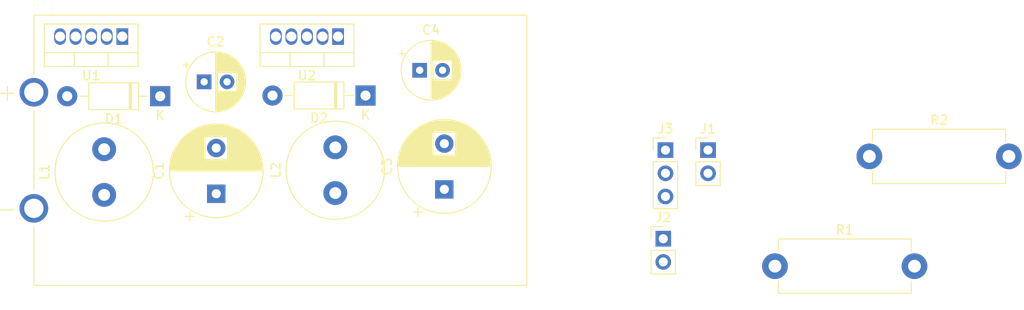
<source format=kicad_pcb>
(kicad_pcb (version 20171130) (host pcbnew 5.1.6)

  (general
    (thickness 1.6)
    (drawings 0)
    (tracks 0)
    (zones 0)
    (modules 16)
    (nets 11)
  )

  (page A4)
  (layers
    (0 F.Cu signal)
    (31 B.Cu signal)
    (32 B.Adhes user)
    (33 F.Adhes user)
    (34 B.Paste user)
    (35 F.Paste user)
    (36 B.SilkS user)
    (37 F.SilkS user)
    (38 B.Mask user)
    (39 F.Mask user)
    (40 Dwgs.User user)
    (41 Cmts.User user)
    (42 Eco1.User user)
    (43 Eco2.User user)
    (44 Edge.Cuts user)
    (45 Margin user)
    (46 B.CrtYd user)
    (47 F.CrtYd user)
    (48 B.Fab user)
    (49 F.Fab user)
  )

  (setup
    (last_trace_width 0.25)
    (trace_clearance 0.2)
    (zone_clearance 0.508)
    (zone_45_only no)
    (trace_min 0.2)
    (via_size 0.8)
    (via_drill 0.4)
    (via_min_size 0.4)
    (via_min_drill 0.3)
    (uvia_size 0.3)
    (uvia_drill 0.1)
    (uvias_allowed no)
    (uvia_min_size 0.2)
    (uvia_min_drill 0.1)
    (edge_width 0.05)
    (segment_width 0.2)
    (pcb_text_width 0.3)
    (pcb_text_size 1.5 1.5)
    (mod_edge_width 0.12)
    (mod_text_size 1 1)
    (mod_text_width 0.15)
    (pad_size 1.524 1.524)
    (pad_drill 0.762)
    (pad_to_mask_clearance 0.05)
    (aux_axis_origin 0 0)
    (visible_elements FFFFFF7F)
    (pcbplotparams
      (layerselection 0x010fc_ffffffff)
      (usegerberextensions false)
      (usegerberattributes true)
      (usegerberadvancedattributes true)
      (creategerberjobfile true)
      (excludeedgelayer true)
      (linewidth 0.100000)
      (plotframeref false)
      (viasonmask false)
      (mode 1)
      (useauxorigin false)
      (hpglpennumber 1)
      (hpglpenspeed 20)
      (hpglpendiameter 15.000000)
      (psnegative false)
      (psa4output false)
      (plotreference true)
      (plotvalue true)
      (plotinvisibletext false)
      (padsonsilk false)
      (subtractmaskfromsilk false)
      (outputformat 1)
      (mirror false)
      (drillshape 1)
      (scaleselection 1)
      (outputdirectory ""))
  )

  (net 0 "")
  (net 1 +9V)
  (net 2 GND)
  (net 3 +5V)
  (net 4 "Net-(C2-Pad2)")
  (net 5 +3V3)
  (net 6 "Net-(C4-Pad2)")
  (net 7 "Net-(D1-Pad1)")
  (net 8 "Net-(D2-Pad1)")
  (net 9 "Net-(J1-Pad2)")
  (net 10 "Net-(J2-Pad2)")

  (net_class Default "This is the default net class."
    (clearance 0.2)
    (trace_width 0.25)
    (via_dia 0.8)
    (via_drill 0.4)
    (uvia_dia 0.3)
    (uvia_drill 0.1)
    (add_net +3V3)
    (add_net +5V)
    (add_net +9V)
    (add_net GND)
    (add_net "Net-(C2-Pad2)")
    (add_net "Net-(C4-Pad2)")
    (add_net "Net-(D1-Pad1)")
    (add_net "Net-(D2-Pad1)")
    (add_net "Net-(J1-Pad2)")
    (add_net "Net-(J2-Pad2)")
  )

  (module batt:BAT_1294 (layer F.Cu) (tedit 5FAF3620) (tstamp 5FAFAE72)
    (at 135.754101 94.841401)
    (path /5FB6CCE3)
    (fp_text reference BT1 (at -25.8475 -15.835) (layer F.SilkS)
      (effects (font (size 1 1) (thickness 0.015)))
    )
    (fp_text value 1294 (at -23.9425 15.765) (layer F.Fab)
      (effects (font (size 1 1) (thickness 0.015)))
    )
    (fp_line (start -30.56 6.52) (end -29.06 6.52) (layer F.Fab) (width 0.127))
    (fp_line (start -30.56 6.52) (end -29.06 6.52) (layer F.SilkS) (width 0.127))
    (fp_line (start 27.175 -15.035) (end -28.82 -15.035) (layer F.CrtYd) (width 0.05))
    (fp_line (start 27.175 15.035) (end 27.175 -15.035) (layer F.CrtYd) (width 0.05))
    (fp_line (start -28.82 15.035) (end 27.175 15.035) (layer F.CrtYd) (width 0.05))
    (fp_line (start -28.82 -15.035) (end -28.82 15.035) (layer F.CrtYd) (width 0.05))
    (fp_line (start -26.925 -4.3) (end -26.925 4.3) (layer F.SilkS) (width 0.127))
    (fp_line (start -26.925 14.785) (end -26.925 8.35) (layer F.SilkS) (width 0.127))
    (fp_line (start 26.925 14.785) (end -26.925 14.785) (layer F.SilkS) (width 0.127))
    (fp_line (start 26.925 -14.785) (end 26.925 14.785) (layer F.SilkS) (width 0.127))
    (fp_line (start -26.925 -14.785) (end 26.925 -14.785) (layer F.SilkS) (width 0.127))
    (fp_line (start -26.925 -8.35) (end -26.925 -14.785) (layer F.SilkS) (width 0.127))
    (fp_line (start -26.925 14.785) (end -26.925 -14.785) (layer F.Fab) (width 0.127))
    (fp_line (start 26.925 14.785) (end -26.925 14.785) (layer F.Fab) (width 0.127))
    (fp_line (start 26.925 -14.785) (end 26.925 14.785) (layer F.Fab) (width 0.127))
    (fp_line (start -26.925 -14.785) (end 26.925 -14.785) (layer F.Fab) (width 0.127))
    (fp_line (start -29.81 -5.48) (end -29.81 -6.98) (layer F.Fab) (width 0.127))
    (fp_line (start -30.56 -6.23) (end -29.06 -6.23) (layer F.Fab) (width 0.127))
    (fp_line (start -29.81 -5.48) (end -29.81 -6.98) (layer F.SilkS) (width 0.127))
    (fp_line (start -30.56 -6.23) (end -29.06 -6.23) (layer F.SilkS) (width 0.127))
    (pad P thru_hole circle (at -26.925 -6.35) (size 3.126 3.126) (drill 2.11) (layers *.Cu *.Mask)
      (net 1 +9V))
    (pad N thru_hole circle (at -26.925 6.35) (size 3.126 3.126) (drill 2.11) (layers *.Cu *.Mask)
      (net 2 GND))
    (pad None np_thru_hole circle (at 10.545 -11.915) (size 3.45 3.45) (drill 3.45) (layers *.Cu *.Mask))
    (pad None np_thru_hole circle (at -11.685 -11.915) (size 3.45 3.45) (drill 3.45) (layers *.Cu *.Mask))
    (pad None np_thru_hole circle (at 10.545 11.915) (size 3.45 3.45) (drill 3.45) (layers *.Cu *.Mask))
    (pad None np_thru_hole circle (at -11.685 11.915) (size 3.45 3.45) (drill 3.45) (layers *.Cu *.Mask))
  )

  (module Capacitor_THT:CP_Radial_D10.0mm_P5.00mm (layer F.Cu) (tedit 5AE50EF1) (tstamp 5FAFA398)
    (at 128.7526 99.5934 90)
    (descr "CP, Radial series, Radial, pin pitch=5.00mm, , diameter=10mm, Electrolytic Capacitor")
    (tags "CP Radial series Radial pin pitch 5.00mm  diameter 10mm Electrolytic Capacitor")
    (path /5FB3AF15)
    (fp_text reference C1 (at 2.5 -6.25 90) (layer F.SilkS)
      (effects (font (size 1 1) (thickness 0.15)))
    )
    (fp_text value 330uF (at 2.5 6.25 90) (layer F.Fab)
      (effects (font (size 1 1) (thickness 0.15)))
    )
    (fp_line (start -2.479646 -3.375) (end -2.479646 -2.375) (layer F.SilkS) (width 0.12))
    (fp_line (start -2.979646 -2.875) (end -1.979646 -2.875) (layer F.SilkS) (width 0.12))
    (fp_line (start 7.581 -0.599) (end 7.581 0.599) (layer F.SilkS) (width 0.12))
    (fp_line (start 7.541 -0.862) (end 7.541 0.862) (layer F.SilkS) (width 0.12))
    (fp_line (start 7.501 -1.062) (end 7.501 1.062) (layer F.SilkS) (width 0.12))
    (fp_line (start 7.461 -1.23) (end 7.461 1.23) (layer F.SilkS) (width 0.12))
    (fp_line (start 7.421 -1.378) (end 7.421 1.378) (layer F.SilkS) (width 0.12))
    (fp_line (start 7.381 -1.51) (end 7.381 1.51) (layer F.SilkS) (width 0.12))
    (fp_line (start 7.341 -1.63) (end 7.341 1.63) (layer F.SilkS) (width 0.12))
    (fp_line (start 7.301 -1.742) (end 7.301 1.742) (layer F.SilkS) (width 0.12))
    (fp_line (start 7.261 -1.846) (end 7.261 1.846) (layer F.SilkS) (width 0.12))
    (fp_line (start 7.221 -1.944) (end 7.221 1.944) (layer F.SilkS) (width 0.12))
    (fp_line (start 7.181 -2.037) (end 7.181 2.037) (layer F.SilkS) (width 0.12))
    (fp_line (start 7.141 -2.125) (end 7.141 2.125) (layer F.SilkS) (width 0.12))
    (fp_line (start 7.101 -2.209) (end 7.101 2.209) (layer F.SilkS) (width 0.12))
    (fp_line (start 7.061 -2.289) (end 7.061 2.289) (layer F.SilkS) (width 0.12))
    (fp_line (start 7.021 -2.365) (end 7.021 2.365) (layer F.SilkS) (width 0.12))
    (fp_line (start 6.981 -2.439) (end 6.981 2.439) (layer F.SilkS) (width 0.12))
    (fp_line (start 6.941 -2.51) (end 6.941 2.51) (layer F.SilkS) (width 0.12))
    (fp_line (start 6.901 -2.579) (end 6.901 2.579) (layer F.SilkS) (width 0.12))
    (fp_line (start 6.861 -2.645) (end 6.861 2.645) (layer F.SilkS) (width 0.12))
    (fp_line (start 6.821 -2.709) (end 6.821 2.709) (layer F.SilkS) (width 0.12))
    (fp_line (start 6.781 -2.77) (end 6.781 2.77) (layer F.SilkS) (width 0.12))
    (fp_line (start 6.741 -2.83) (end 6.741 2.83) (layer F.SilkS) (width 0.12))
    (fp_line (start 6.701 -2.889) (end 6.701 2.889) (layer F.SilkS) (width 0.12))
    (fp_line (start 6.661 -2.945) (end 6.661 2.945) (layer F.SilkS) (width 0.12))
    (fp_line (start 6.621 -3) (end 6.621 3) (layer F.SilkS) (width 0.12))
    (fp_line (start 6.581 -3.054) (end 6.581 3.054) (layer F.SilkS) (width 0.12))
    (fp_line (start 6.541 -3.106) (end 6.541 3.106) (layer F.SilkS) (width 0.12))
    (fp_line (start 6.501 -3.156) (end 6.501 3.156) (layer F.SilkS) (width 0.12))
    (fp_line (start 6.461 -3.206) (end 6.461 3.206) (layer F.SilkS) (width 0.12))
    (fp_line (start 6.421 -3.254) (end 6.421 3.254) (layer F.SilkS) (width 0.12))
    (fp_line (start 6.381 -3.301) (end 6.381 3.301) (layer F.SilkS) (width 0.12))
    (fp_line (start 6.341 -3.347) (end 6.341 3.347) (layer F.SilkS) (width 0.12))
    (fp_line (start 6.301 -3.392) (end 6.301 3.392) (layer F.SilkS) (width 0.12))
    (fp_line (start 6.261 -3.436) (end 6.261 3.436) (layer F.SilkS) (width 0.12))
    (fp_line (start 6.221 1.241) (end 6.221 3.478) (layer F.SilkS) (width 0.12))
    (fp_line (start 6.221 -3.478) (end 6.221 -1.241) (layer F.SilkS) (width 0.12))
    (fp_line (start 6.181 1.241) (end 6.181 3.52) (layer F.SilkS) (width 0.12))
    (fp_line (start 6.181 -3.52) (end 6.181 -1.241) (layer F.SilkS) (width 0.12))
    (fp_line (start 6.141 1.241) (end 6.141 3.561) (layer F.SilkS) (width 0.12))
    (fp_line (start 6.141 -3.561) (end 6.141 -1.241) (layer F.SilkS) (width 0.12))
    (fp_line (start 6.101 1.241) (end 6.101 3.601) (layer F.SilkS) (width 0.12))
    (fp_line (start 6.101 -3.601) (end 6.101 -1.241) (layer F.SilkS) (width 0.12))
    (fp_line (start 6.061 1.241) (end 6.061 3.64) (layer F.SilkS) (width 0.12))
    (fp_line (start 6.061 -3.64) (end 6.061 -1.241) (layer F.SilkS) (width 0.12))
    (fp_line (start 6.021 1.241) (end 6.021 3.679) (layer F.SilkS) (width 0.12))
    (fp_line (start 6.021 -3.679) (end 6.021 -1.241) (layer F.SilkS) (width 0.12))
    (fp_line (start 5.981 1.241) (end 5.981 3.716) (layer F.SilkS) (width 0.12))
    (fp_line (start 5.981 -3.716) (end 5.981 -1.241) (layer F.SilkS) (width 0.12))
    (fp_line (start 5.941 1.241) (end 5.941 3.753) (layer F.SilkS) (width 0.12))
    (fp_line (start 5.941 -3.753) (end 5.941 -1.241) (layer F.SilkS) (width 0.12))
    (fp_line (start 5.901 1.241) (end 5.901 3.789) (layer F.SilkS) (width 0.12))
    (fp_line (start 5.901 -3.789) (end 5.901 -1.241) (layer F.SilkS) (width 0.12))
    (fp_line (start 5.861 1.241) (end 5.861 3.824) (layer F.SilkS) (width 0.12))
    (fp_line (start 5.861 -3.824) (end 5.861 -1.241) (layer F.SilkS) (width 0.12))
    (fp_line (start 5.821 1.241) (end 5.821 3.858) (layer F.SilkS) (width 0.12))
    (fp_line (start 5.821 -3.858) (end 5.821 -1.241) (layer F.SilkS) (width 0.12))
    (fp_line (start 5.781 1.241) (end 5.781 3.892) (layer F.SilkS) (width 0.12))
    (fp_line (start 5.781 -3.892) (end 5.781 -1.241) (layer F.SilkS) (width 0.12))
    (fp_line (start 5.741 1.241) (end 5.741 3.925) (layer F.SilkS) (width 0.12))
    (fp_line (start 5.741 -3.925) (end 5.741 -1.241) (layer F.SilkS) (width 0.12))
    (fp_line (start 5.701 1.241) (end 5.701 3.957) (layer F.SilkS) (width 0.12))
    (fp_line (start 5.701 -3.957) (end 5.701 -1.241) (layer F.SilkS) (width 0.12))
    (fp_line (start 5.661 1.241) (end 5.661 3.989) (layer F.SilkS) (width 0.12))
    (fp_line (start 5.661 -3.989) (end 5.661 -1.241) (layer F.SilkS) (width 0.12))
    (fp_line (start 5.621 1.241) (end 5.621 4.02) (layer F.SilkS) (width 0.12))
    (fp_line (start 5.621 -4.02) (end 5.621 -1.241) (layer F.SilkS) (width 0.12))
    (fp_line (start 5.581 1.241) (end 5.581 4.05) (layer F.SilkS) (width 0.12))
    (fp_line (start 5.581 -4.05) (end 5.581 -1.241) (layer F.SilkS) (width 0.12))
    (fp_line (start 5.541 1.241) (end 5.541 4.08) (layer F.SilkS) (width 0.12))
    (fp_line (start 5.541 -4.08) (end 5.541 -1.241) (layer F.SilkS) (width 0.12))
    (fp_line (start 5.501 1.241) (end 5.501 4.11) (layer F.SilkS) (width 0.12))
    (fp_line (start 5.501 -4.11) (end 5.501 -1.241) (layer F.SilkS) (width 0.12))
    (fp_line (start 5.461 1.241) (end 5.461 4.138) (layer F.SilkS) (width 0.12))
    (fp_line (start 5.461 -4.138) (end 5.461 -1.241) (layer F.SilkS) (width 0.12))
    (fp_line (start 5.421 1.241) (end 5.421 4.166) (layer F.SilkS) (width 0.12))
    (fp_line (start 5.421 -4.166) (end 5.421 -1.241) (layer F.SilkS) (width 0.12))
    (fp_line (start 5.381 1.241) (end 5.381 4.194) (layer F.SilkS) (width 0.12))
    (fp_line (start 5.381 -4.194) (end 5.381 -1.241) (layer F.SilkS) (width 0.12))
    (fp_line (start 5.341 1.241) (end 5.341 4.221) (layer F.SilkS) (width 0.12))
    (fp_line (start 5.341 -4.221) (end 5.341 -1.241) (layer F.SilkS) (width 0.12))
    (fp_line (start 5.301 1.241) (end 5.301 4.247) (layer F.SilkS) (width 0.12))
    (fp_line (start 5.301 -4.247) (end 5.301 -1.241) (layer F.SilkS) (width 0.12))
    (fp_line (start 5.261 1.241) (end 5.261 4.273) (layer F.SilkS) (width 0.12))
    (fp_line (start 5.261 -4.273) (end 5.261 -1.241) (layer F.SilkS) (width 0.12))
    (fp_line (start 5.221 1.241) (end 5.221 4.298) (layer F.SilkS) (width 0.12))
    (fp_line (start 5.221 -4.298) (end 5.221 -1.241) (layer F.SilkS) (width 0.12))
    (fp_line (start 5.181 1.241) (end 5.181 4.323) (layer F.SilkS) (width 0.12))
    (fp_line (start 5.181 -4.323) (end 5.181 -1.241) (layer F.SilkS) (width 0.12))
    (fp_line (start 5.141 1.241) (end 5.141 4.347) (layer F.SilkS) (width 0.12))
    (fp_line (start 5.141 -4.347) (end 5.141 -1.241) (layer F.SilkS) (width 0.12))
    (fp_line (start 5.101 1.241) (end 5.101 4.371) (layer F.SilkS) (width 0.12))
    (fp_line (start 5.101 -4.371) (end 5.101 -1.241) (layer F.SilkS) (width 0.12))
    (fp_line (start 5.061 1.241) (end 5.061 4.395) (layer F.SilkS) (width 0.12))
    (fp_line (start 5.061 -4.395) (end 5.061 -1.241) (layer F.SilkS) (width 0.12))
    (fp_line (start 5.021 1.241) (end 5.021 4.417) (layer F.SilkS) (width 0.12))
    (fp_line (start 5.021 -4.417) (end 5.021 -1.241) (layer F.SilkS) (width 0.12))
    (fp_line (start 4.981 1.241) (end 4.981 4.44) (layer F.SilkS) (width 0.12))
    (fp_line (start 4.981 -4.44) (end 4.981 -1.241) (layer F.SilkS) (width 0.12))
    (fp_line (start 4.941 1.241) (end 4.941 4.462) (layer F.SilkS) (width 0.12))
    (fp_line (start 4.941 -4.462) (end 4.941 -1.241) (layer F.SilkS) (width 0.12))
    (fp_line (start 4.901 1.241) (end 4.901 4.483) (layer F.SilkS) (width 0.12))
    (fp_line (start 4.901 -4.483) (end 4.901 -1.241) (layer F.SilkS) (width 0.12))
    (fp_line (start 4.861 1.241) (end 4.861 4.504) (layer F.SilkS) (width 0.12))
    (fp_line (start 4.861 -4.504) (end 4.861 -1.241) (layer F.SilkS) (width 0.12))
    (fp_line (start 4.821 1.241) (end 4.821 4.525) (layer F.SilkS) (width 0.12))
    (fp_line (start 4.821 -4.525) (end 4.821 -1.241) (layer F.SilkS) (width 0.12))
    (fp_line (start 4.781 1.241) (end 4.781 4.545) (layer F.SilkS) (width 0.12))
    (fp_line (start 4.781 -4.545) (end 4.781 -1.241) (layer F.SilkS) (width 0.12))
    (fp_line (start 4.741 1.241) (end 4.741 4.564) (layer F.SilkS) (width 0.12))
    (fp_line (start 4.741 -4.564) (end 4.741 -1.241) (layer F.SilkS) (width 0.12))
    (fp_line (start 4.701 1.241) (end 4.701 4.584) (layer F.SilkS) (width 0.12))
    (fp_line (start 4.701 -4.584) (end 4.701 -1.241) (layer F.SilkS) (width 0.12))
    (fp_line (start 4.661 1.241) (end 4.661 4.603) (layer F.SilkS) (width 0.12))
    (fp_line (start 4.661 -4.603) (end 4.661 -1.241) (layer F.SilkS) (width 0.12))
    (fp_line (start 4.621 1.241) (end 4.621 4.621) (layer F.SilkS) (width 0.12))
    (fp_line (start 4.621 -4.621) (end 4.621 -1.241) (layer F.SilkS) (width 0.12))
    (fp_line (start 4.581 1.241) (end 4.581 4.639) (layer F.SilkS) (width 0.12))
    (fp_line (start 4.581 -4.639) (end 4.581 -1.241) (layer F.SilkS) (width 0.12))
    (fp_line (start 4.541 1.241) (end 4.541 4.657) (layer F.SilkS) (width 0.12))
    (fp_line (start 4.541 -4.657) (end 4.541 -1.241) (layer F.SilkS) (width 0.12))
    (fp_line (start 4.501 1.241) (end 4.501 4.674) (layer F.SilkS) (width 0.12))
    (fp_line (start 4.501 -4.674) (end 4.501 -1.241) (layer F.SilkS) (width 0.12))
    (fp_line (start 4.461 1.241) (end 4.461 4.69) (layer F.SilkS) (width 0.12))
    (fp_line (start 4.461 -4.69) (end 4.461 -1.241) (layer F.SilkS) (width 0.12))
    (fp_line (start 4.421 1.241) (end 4.421 4.707) (layer F.SilkS) (width 0.12))
    (fp_line (start 4.421 -4.707) (end 4.421 -1.241) (layer F.SilkS) (width 0.12))
    (fp_line (start 4.381 1.241) (end 4.381 4.723) (layer F.SilkS) (width 0.12))
    (fp_line (start 4.381 -4.723) (end 4.381 -1.241) (layer F.SilkS) (width 0.12))
    (fp_line (start 4.341 1.241) (end 4.341 4.738) (layer F.SilkS) (width 0.12))
    (fp_line (start 4.341 -4.738) (end 4.341 -1.241) (layer F.SilkS) (width 0.12))
    (fp_line (start 4.301 1.241) (end 4.301 4.754) (layer F.SilkS) (width 0.12))
    (fp_line (start 4.301 -4.754) (end 4.301 -1.241) (layer F.SilkS) (width 0.12))
    (fp_line (start 4.261 1.241) (end 4.261 4.768) (layer F.SilkS) (width 0.12))
    (fp_line (start 4.261 -4.768) (end 4.261 -1.241) (layer F.SilkS) (width 0.12))
    (fp_line (start 4.221 1.241) (end 4.221 4.783) (layer F.SilkS) (width 0.12))
    (fp_line (start 4.221 -4.783) (end 4.221 -1.241) (layer F.SilkS) (width 0.12))
    (fp_line (start 4.181 1.241) (end 4.181 4.797) (layer F.SilkS) (width 0.12))
    (fp_line (start 4.181 -4.797) (end 4.181 -1.241) (layer F.SilkS) (width 0.12))
    (fp_line (start 4.141 1.241) (end 4.141 4.811) (layer F.SilkS) (width 0.12))
    (fp_line (start 4.141 -4.811) (end 4.141 -1.241) (layer F.SilkS) (width 0.12))
    (fp_line (start 4.101 1.241) (end 4.101 4.824) (layer F.SilkS) (width 0.12))
    (fp_line (start 4.101 -4.824) (end 4.101 -1.241) (layer F.SilkS) (width 0.12))
    (fp_line (start 4.061 1.241) (end 4.061 4.837) (layer F.SilkS) (width 0.12))
    (fp_line (start 4.061 -4.837) (end 4.061 -1.241) (layer F.SilkS) (width 0.12))
    (fp_line (start 4.021 1.241) (end 4.021 4.85) (layer F.SilkS) (width 0.12))
    (fp_line (start 4.021 -4.85) (end 4.021 -1.241) (layer F.SilkS) (width 0.12))
    (fp_line (start 3.981 1.241) (end 3.981 4.862) (layer F.SilkS) (width 0.12))
    (fp_line (start 3.981 -4.862) (end 3.981 -1.241) (layer F.SilkS) (width 0.12))
    (fp_line (start 3.941 1.241) (end 3.941 4.874) (layer F.SilkS) (width 0.12))
    (fp_line (start 3.941 -4.874) (end 3.941 -1.241) (layer F.SilkS) (width 0.12))
    (fp_line (start 3.901 1.241) (end 3.901 4.885) (layer F.SilkS) (width 0.12))
    (fp_line (start 3.901 -4.885) (end 3.901 -1.241) (layer F.SilkS) (width 0.12))
    (fp_line (start 3.861 1.241) (end 3.861 4.897) (layer F.SilkS) (width 0.12))
    (fp_line (start 3.861 -4.897) (end 3.861 -1.241) (layer F.SilkS) (width 0.12))
    (fp_line (start 3.821 1.241) (end 3.821 4.907) (layer F.SilkS) (width 0.12))
    (fp_line (start 3.821 -4.907) (end 3.821 -1.241) (layer F.SilkS) (width 0.12))
    (fp_line (start 3.781 1.241) (end 3.781 4.918) (layer F.SilkS) (width 0.12))
    (fp_line (start 3.781 -4.918) (end 3.781 -1.241) (layer F.SilkS) (width 0.12))
    (fp_line (start 3.741 -4.928) (end 3.741 4.928) (layer F.SilkS) (width 0.12))
    (fp_line (start 3.701 -4.938) (end 3.701 4.938) (layer F.SilkS) (width 0.12))
    (fp_line (start 3.661 -4.947) (end 3.661 4.947) (layer F.SilkS) (width 0.12))
    (fp_line (start 3.621 -4.956) (end 3.621 4.956) (layer F.SilkS) (width 0.12))
    (fp_line (start 3.581 -4.965) (end 3.581 4.965) (layer F.SilkS) (width 0.12))
    (fp_line (start 3.541 -4.974) (end 3.541 4.974) (layer F.SilkS) (width 0.12))
    (fp_line (start 3.501 -4.982) (end 3.501 4.982) (layer F.SilkS) (width 0.12))
    (fp_line (start 3.461 -4.99) (end 3.461 4.99) (layer F.SilkS) (width 0.12))
    (fp_line (start 3.421 -4.997) (end 3.421 4.997) (layer F.SilkS) (width 0.12))
    (fp_line (start 3.381 -5.004) (end 3.381 5.004) (layer F.SilkS) (width 0.12))
    (fp_line (start 3.341 -5.011) (end 3.341 5.011) (layer F.SilkS) (width 0.12))
    (fp_line (start 3.301 -5.018) (end 3.301 5.018) (layer F.SilkS) (width 0.12))
    (fp_line (start 3.261 -5.024) (end 3.261 5.024) (layer F.SilkS) (width 0.12))
    (fp_line (start 3.221 -5.03) (end 3.221 5.03) (layer F.SilkS) (width 0.12))
    (fp_line (start 3.18 -5.035) (end 3.18 5.035) (layer F.SilkS) (width 0.12))
    (fp_line (start 3.14 -5.04) (end 3.14 5.04) (layer F.SilkS) (width 0.12))
    (fp_line (start 3.1 -5.045) (end 3.1 5.045) (layer F.SilkS) (width 0.12))
    (fp_line (start 3.06 -5.05) (end 3.06 5.05) (layer F.SilkS) (width 0.12))
    (fp_line (start 3.02 -5.054) (end 3.02 5.054) (layer F.SilkS) (width 0.12))
    (fp_line (start 2.98 -5.058) (end 2.98 5.058) (layer F.SilkS) (width 0.12))
    (fp_line (start 2.94 -5.062) (end 2.94 5.062) (layer F.SilkS) (width 0.12))
    (fp_line (start 2.9 -5.065) (end 2.9 5.065) (layer F.SilkS) (width 0.12))
    (fp_line (start 2.86 -5.068) (end 2.86 5.068) (layer F.SilkS) (width 0.12))
    (fp_line (start 2.82 -5.07) (end 2.82 5.07) (layer F.SilkS) (width 0.12))
    (fp_line (start 2.78 -5.073) (end 2.78 5.073) (layer F.SilkS) (width 0.12))
    (fp_line (start 2.74 -5.075) (end 2.74 5.075) (layer F.SilkS) (width 0.12))
    (fp_line (start 2.7 -5.077) (end 2.7 5.077) (layer F.SilkS) (width 0.12))
    (fp_line (start 2.66 -5.078) (end 2.66 5.078) (layer F.SilkS) (width 0.12))
    (fp_line (start 2.62 -5.079) (end 2.62 5.079) (layer F.SilkS) (width 0.12))
    (fp_line (start 2.58 -5.08) (end 2.58 5.08) (layer F.SilkS) (width 0.12))
    (fp_line (start 2.54 -5.08) (end 2.54 5.08) (layer F.SilkS) (width 0.12))
    (fp_line (start 2.5 -5.08) (end 2.5 5.08) (layer F.SilkS) (width 0.12))
    (fp_line (start -1.288861 -2.6875) (end -1.288861 -1.6875) (layer F.Fab) (width 0.1))
    (fp_line (start -1.788861 -2.1875) (end -0.788861 -2.1875) (layer F.Fab) (width 0.1))
    (fp_circle (center 2.5 0) (end 7.75 0) (layer F.CrtYd) (width 0.05))
    (fp_circle (center 2.5 0) (end 7.62 0) (layer F.SilkS) (width 0.12))
    (fp_circle (center 2.5 0) (end 7.5 0) (layer F.Fab) (width 0.1))
    (fp_text user %R (at 2.5 0 90) (layer F.Fab)
      (effects (font (size 1 1) (thickness 0.15)))
    )
    (pad 1 thru_hole rect (at 0 0 90) (size 2 2) (drill 1) (layers *.Cu *.Mask)
      (net 3 +5V))
    (pad 2 thru_hole circle (at 5 0 90) (size 2 2) (drill 1) (layers *.Cu *.Mask)
      (net 2 GND))
    (model ${KISYS3DMOD}/Capacitor_THT.3dshapes/CP_Radial_D10.0mm_P5.00mm.wrl
      (at (xyz 0 0 0))
      (scale (xyz 1 1 1))
      (rotate (xyz 0 0 0))
    )
  )

  (module Capacitor_THT:CP_Radial_D6.3mm_P2.50mm (layer F.Cu) (tedit 5AE50EF0) (tstamp 5FAFF492)
    (at 127.4318 87.3506)
    (descr "CP, Radial series, Radial, pin pitch=2.50mm, , diameter=6.3mm, Electrolytic Capacitor")
    (tags "CP Radial series Radial pin pitch 2.50mm  diameter 6.3mm Electrolytic Capacitor")
    (path /5FB37778)
    (fp_text reference C2 (at 1.25 -4.4) (layer F.SilkS)
      (effects (font (size 1 1) (thickness 0.15)))
    )
    (fp_text value 100uF (at 1.25 4.4) (layer F.Fab)
      (effects (font (size 1 1) (thickness 0.15)))
    )
    (fp_line (start -1.935241 -2.154) (end -1.935241 -1.524) (layer F.SilkS) (width 0.12))
    (fp_line (start -2.250241 -1.839) (end -1.620241 -1.839) (layer F.SilkS) (width 0.12))
    (fp_line (start 4.491 -0.402) (end 4.491 0.402) (layer F.SilkS) (width 0.12))
    (fp_line (start 4.451 -0.633) (end 4.451 0.633) (layer F.SilkS) (width 0.12))
    (fp_line (start 4.411 -0.802) (end 4.411 0.802) (layer F.SilkS) (width 0.12))
    (fp_line (start 4.371 -0.94) (end 4.371 0.94) (layer F.SilkS) (width 0.12))
    (fp_line (start 4.331 -1.059) (end 4.331 1.059) (layer F.SilkS) (width 0.12))
    (fp_line (start 4.291 -1.165) (end 4.291 1.165) (layer F.SilkS) (width 0.12))
    (fp_line (start 4.251 -1.262) (end 4.251 1.262) (layer F.SilkS) (width 0.12))
    (fp_line (start 4.211 -1.35) (end 4.211 1.35) (layer F.SilkS) (width 0.12))
    (fp_line (start 4.171 -1.432) (end 4.171 1.432) (layer F.SilkS) (width 0.12))
    (fp_line (start 4.131 -1.509) (end 4.131 1.509) (layer F.SilkS) (width 0.12))
    (fp_line (start 4.091 -1.581) (end 4.091 1.581) (layer F.SilkS) (width 0.12))
    (fp_line (start 4.051 -1.65) (end 4.051 1.65) (layer F.SilkS) (width 0.12))
    (fp_line (start 4.011 -1.714) (end 4.011 1.714) (layer F.SilkS) (width 0.12))
    (fp_line (start 3.971 -1.776) (end 3.971 1.776) (layer F.SilkS) (width 0.12))
    (fp_line (start 3.931 -1.834) (end 3.931 1.834) (layer F.SilkS) (width 0.12))
    (fp_line (start 3.891 -1.89) (end 3.891 1.89) (layer F.SilkS) (width 0.12))
    (fp_line (start 3.851 -1.944) (end 3.851 1.944) (layer F.SilkS) (width 0.12))
    (fp_line (start 3.811 -1.995) (end 3.811 1.995) (layer F.SilkS) (width 0.12))
    (fp_line (start 3.771 -2.044) (end 3.771 2.044) (layer F.SilkS) (width 0.12))
    (fp_line (start 3.731 -2.092) (end 3.731 2.092) (layer F.SilkS) (width 0.12))
    (fp_line (start 3.691 -2.137) (end 3.691 2.137) (layer F.SilkS) (width 0.12))
    (fp_line (start 3.651 -2.182) (end 3.651 2.182) (layer F.SilkS) (width 0.12))
    (fp_line (start 3.611 -2.224) (end 3.611 2.224) (layer F.SilkS) (width 0.12))
    (fp_line (start 3.571 -2.265) (end 3.571 2.265) (layer F.SilkS) (width 0.12))
    (fp_line (start 3.531 1.04) (end 3.531 2.305) (layer F.SilkS) (width 0.12))
    (fp_line (start 3.531 -2.305) (end 3.531 -1.04) (layer F.SilkS) (width 0.12))
    (fp_line (start 3.491 1.04) (end 3.491 2.343) (layer F.SilkS) (width 0.12))
    (fp_line (start 3.491 -2.343) (end 3.491 -1.04) (layer F.SilkS) (width 0.12))
    (fp_line (start 3.451 1.04) (end 3.451 2.38) (layer F.SilkS) (width 0.12))
    (fp_line (start 3.451 -2.38) (end 3.451 -1.04) (layer F.SilkS) (width 0.12))
    (fp_line (start 3.411 1.04) (end 3.411 2.416) (layer F.SilkS) (width 0.12))
    (fp_line (start 3.411 -2.416) (end 3.411 -1.04) (layer F.SilkS) (width 0.12))
    (fp_line (start 3.371 1.04) (end 3.371 2.45) (layer F.SilkS) (width 0.12))
    (fp_line (start 3.371 -2.45) (end 3.371 -1.04) (layer F.SilkS) (width 0.12))
    (fp_line (start 3.331 1.04) (end 3.331 2.484) (layer F.SilkS) (width 0.12))
    (fp_line (start 3.331 -2.484) (end 3.331 -1.04) (layer F.SilkS) (width 0.12))
    (fp_line (start 3.291 1.04) (end 3.291 2.516) (layer F.SilkS) (width 0.12))
    (fp_line (start 3.291 -2.516) (end 3.291 -1.04) (layer F.SilkS) (width 0.12))
    (fp_line (start 3.251 1.04) (end 3.251 2.548) (layer F.SilkS) (width 0.12))
    (fp_line (start 3.251 -2.548) (end 3.251 -1.04) (layer F.SilkS) (width 0.12))
    (fp_line (start 3.211 1.04) (end 3.211 2.578) (layer F.SilkS) (width 0.12))
    (fp_line (start 3.211 -2.578) (end 3.211 -1.04) (layer F.SilkS) (width 0.12))
    (fp_line (start 3.171 1.04) (end 3.171 2.607) (layer F.SilkS) (width 0.12))
    (fp_line (start 3.171 -2.607) (end 3.171 -1.04) (layer F.SilkS) (width 0.12))
    (fp_line (start 3.131 1.04) (end 3.131 2.636) (layer F.SilkS) (width 0.12))
    (fp_line (start 3.131 -2.636) (end 3.131 -1.04) (layer F.SilkS) (width 0.12))
    (fp_line (start 3.091 1.04) (end 3.091 2.664) (layer F.SilkS) (width 0.12))
    (fp_line (start 3.091 -2.664) (end 3.091 -1.04) (layer F.SilkS) (width 0.12))
    (fp_line (start 3.051 1.04) (end 3.051 2.69) (layer F.SilkS) (width 0.12))
    (fp_line (start 3.051 -2.69) (end 3.051 -1.04) (layer F.SilkS) (width 0.12))
    (fp_line (start 3.011 1.04) (end 3.011 2.716) (layer F.SilkS) (width 0.12))
    (fp_line (start 3.011 -2.716) (end 3.011 -1.04) (layer F.SilkS) (width 0.12))
    (fp_line (start 2.971 1.04) (end 2.971 2.742) (layer F.SilkS) (width 0.12))
    (fp_line (start 2.971 -2.742) (end 2.971 -1.04) (layer F.SilkS) (width 0.12))
    (fp_line (start 2.931 1.04) (end 2.931 2.766) (layer F.SilkS) (width 0.12))
    (fp_line (start 2.931 -2.766) (end 2.931 -1.04) (layer F.SilkS) (width 0.12))
    (fp_line (start 2.891 1.04) (end 2.891 2.79) (layer F.SilkS) (width 0.12))
    (fp_line (start 2.891 -2.79) (end 2.891 -1.04) (layer F.SilkS) (width 0.12))
    (fp_line (start 2.851 1.04) (end 2.851 2.812) (layer F.SilkS) (width 0.12))
    (fp_line (start 2.851 -2.812) (end 2.851 -1.04) (layer F.SilkS) (width 0.12))
    (fp_line (start 2.811 1.04) (end 2.811 2.834) (layer F.SilkS) (width 0.12))
    (fp_line (start 2.811 -2.834) (end 2.811 -1.04) (layer F.SilkS) (width 0.12))
    (fp_line (start 2.771 1.04) (end 2.771 2.856) (layer F.SilkS) (width 0.12))
    (fp_line (start 2.771 -2.856) (end 2.771 -1.04) (layer F.SilkS) (width 0.12))
    (fp_line (start 2.731 1.04) (end 2.731 2.876) (layer F.SilkS) (width 0.12))
    (fp_line (start 2.731 -2.876) (end 2.731 -1.04) (layer F.SilkS) (width 0.12))
    (fp_line (start 2.691 1.04) (end 2.691 2.896) (layer F.SilkS) (width 0.12))
    (fp_line (start 2.691 -2.896) (end 2.691 -1.04) (layer F.SilkS) (width 0.12))
    (fp_line (start 2.651 1.04) (end 2.651 2.916) (layer F.SilkS) (width 0.12))
    (fp_line (start 2.651 -2.916) (end 2.651 -1.04) (layer F.SilkS) (width 0.12))
    (fp_line (start 2.611 1.04) (end 2.611 2.934) (layer F.SilkS) (width 0.12))
    (fp_line (start 2.611 -2.934) (end 2.611 -1.04) (layer F.SilkS) (width 0.12))
    (fp_line (start 2.571 1.04) (end 2.571 2.952) (layer F.SilkS) (width 0.12))
    (fp_line (start 2.571 -2.952) (end 2.571 -1.04) (layer F.SilkS) (width 0.12))
    (fp_line (start 2.531 1.04) (end 2.531 2.97) (layer F.SilkS) (width 0.12))
    (fp_line (start 2.531 -2.97) (end 2.531 -1.04) (layer F.SilkS) (width 0.12))
    (fp_line (start 2.491 1.04) (end 2.491 2.986) (layer F.SilkS) (width 0.12))
    (fp_line (start 2.491 -2.986) (end 2.491 -1.04) (layer F.SilkS) (width 0.12))
    (fp_line (start 2.451 1.04) (end 2.451 3.002) (layer F.SilkS) (width 0.12))
    (fp_line (start 2.451 -3.002) (end 2.451 -1.04) (layer F.SilkS) (width 0.12))
    (fp_line (start 2.411 1.04) (end 2.411 3.018) (layer F.SilkS) (width 0.12))
    (fp_line (start 2.411 -3.018) (end 2.411 -1.04) (layer F.SilkS) (width 0.12))
    (fp_line (start 2.371 1.04) (end 2.371 3.033) (layer F.SilkS) (width 0.12))
    (fp_line (start 2.371 -3.033) (end 2.371 -1.04) (layer F.SilkS) (width 0.12))
    (fp_line (start 2.331 1.04) (end 2.331 3.047) (layer F.SilkS) (width 0.12))
    (fp_line (start 2.331 -3.047) (end 2.331 -1.04) (layer F.SilkS) (width 0.12))
    (fp_line (start 2.291 1.04) (end 2.291 3.061) (layer F.SilkS) (width 0.12))
    (fp_line (start 2.291 -3.061) (end 2.291 -1.04) (layer F.SilkS) (width 0.12))
    (fp_line (start 2.251 1.04) (end 2.251 3.074) (layer F.SilkS) (width 0.12))
    (fp_line (start 2.251 -3.074) (end 2.251 -1.04) (layer F.SilkS) (width 0.12))
    (fp_line (start 2.211 1.04) (end 2.211 3.086) (layer F.SilkS) (width 0.12))
    (fp_line (start 2.211 -3.086) (end 2.211 -1.04) (layer F.SilkS) (width 0.12))
    (fp_line (start 2.171 1.04) (end 2.171 3.098) (layer F.SilkS) (width 0.12))
    (fp_line (start 2.171 -3.098) (end 2.171 -1.04) (layer F.SilkS) (width 0.12))
    (fp_line (start 2.131 1.04) (end 2.131 3.11) (layer F.SilkS) (width 0.12))
    (fp_line (start 2.131 -3.11) (end 2.131 -1.04) (layer F.SilkS) (width 0.12))
    (fp_line (start 2.091 1.04) (end 2.091 3.121) (layer F.SilkS) (width 0.12))
    (fp_line (start 2.091 -3.121) (end 2.091 -1.04) (layer F.SilkS) (width 0.12))
    (fp_line (start 2.051 1.04) (end 2.051 3.131) (layer F.SilkS) (width 0.12))
    (fp_line (start 2.051 -3.131) (end 2.051 -1.04) (layer F.SilkS) (width 0.12))
    (fp_line (start 2.011 1.04) (end 2.011 3.141) (layer F.SilkS) (width 0.12))
    (fp_line (start 2.011 -3.141) (end 2.011 -1.04) (layer F.SilkS) (width 0.12))
    (fp_line (start 1.971 1.04) (end 1.971 3.15) (layer F.SilkS) (width 0.12))
    (fp_line (start 1.971 -3.15) (end 1.971 -1.04) (layer F.SilkS) (width 0.12))
    (fp_line (start 1.93 1.04) (end 1.93 3.159) (layer F.SilkS) (width 0.12))
    (fp_line (start 1.93 -3.159) (end 1.93 -1.04) (layer F.SilkS) (width 0.12))
    (fp_line (start 1.89 1.04) (end 1.89 3.167) (layer F.SilkS) (width 0.12))
    (fp_line (start 1.89 -3.167) (end 1.89 -1.04) (layer F.SilkS) (width 0.12))
    (fp_line (start 1.85 1.04) (end 1.85 3.175) (layer F.SilkS) (width 0.12))
    (fp_line (start 1.85 -3.175) (end 1.85 -1.04) (layer F.SilkS) (width 0.12))
    (fp_line (start 1.81 1.04) (end 1.81 3.182) (layer F.SilkS) (width 0.12))
    (fp_line (start 1.81 -3.182) (end 1.81 -1.04) (layer F.SilkS) (width 0.12))
    (fp_line (start 1.77 1.04) (end 1.77 3.189) (layer F.SilkS) (width 0.12))
    (fp_line (start 1.77 -3.189) (end 1.77 -1.04) (layer F.SilkS) (width 0.12))
    (fp_line (start 1.73 1.04) (end 1.73 3.195) (layer F.SilkS) (width 0.12))
    (fp_line (start 1.73 -3.195) (end 1.73 -1.04) (layer F.SilkS) (width 0.12))
    (fp_line (start 1.69 1.04) (end 1.69 3.201) (layer F.SilkS) (width 0.12))
    (fp_line (start 1.69 -3.201) (end 1.69 -1.04) (layer F.SilkS) (width 0.12))
    (fp_line (start 1.65 1.04) (end 1.65 3.206) (layer F.SilkS) (width 0.12))
    (fp_line (start 1.65 -3.206) (end 1.65 -1.04) (layer F.SilkS) (width 0.12))
    (fp_line (start 1.61 1.04) (end 1.61 3.211) (layer F.SilkS) (width 0.12))
    (fp_line (start 1.61 -3.211) (end 1.61 -1.04) (layer F.SilkS) (width 0.12))
    (fp_line (start 1.57 1.04) (end 1.57 3.215) (layer F.SilkS) (width 0.12))
    (fp_line (start 1.57 -3.215) (end 1.57 -1.04) (layer F.SilkS) (width 0.12))
    (fp_line (start 1.53 1.04) (end 1.53 3.218) (layer F.SilkS) (width 0.12))
    (fp_line (start 1.53 -3.218) (end 1.53 -1.04) (layer F.SilkS) (width 0.12))
    (fp_line (start 1.49 1.04) (end 1.49 3.222) (layer F.SilkS) (width 0.12))
    (fp_line (start 1.49 -3.222) (end 1.49 -1.04) (layer F.SilkS) (width 0.12))
    (fp_line (start 1.45 -3.224) (end 1.45 3.224) (layer F.SilkS) (width 0.12))
    (fp_line (start 1.41 -3.227) (end 1.41 3.227) (layer F.SilkS) (width 0.12))
    (fp_line (start 1.37 -3.228) (end 1.37 3.228) (layer F.SilkS) (width 0.12))
    (fp_line (start 1.33 -3.23) (end 1.33 3.23) (layer F.SilkS) (width 0.12))
    (fp_line (start 1.29 -3.23) (end 1.29 3.23) (layer F.SilkS) (width 0.12))
    (fp_line (start 1.25 -3.23) (end 1.25 3.23) (layer F.SilkS) (width 0.12))
    (fp_line (start -1.128972 -1.6885) (end -1.128972 -1.0585) (layer F.Fab) (width 0.1))
    (fp_line (start -1.443972 -1.3735) (end -0.813972 -1.3735) (layer F.Fab) (width 0.1))
    (fp_circle (center 1.25 0) (end 4.65 0) (layer F.CrtYd) (width 0.05))
    (fp_circle (center 1.25 0) (end 4.52 0) (layer F.SilkS) (width 0.12))
    (fp_circle (center 1.25 0) (end 4.4 0) (layer F.Fab) (width 0.1))
    (fp_text user %R (at 1.25 0) (layer F.Fab)
      (effects (font (size 1 1) (thickness 0.15)))
    )
    (pad 1 thru_hole rect (at 0 0) (size 1.6 1.6) (drill 0.8) (layers *.Cu *.Mask)
      (net 1 +9V))
    (pad 2 thru_hole circle (at 2.5 0) (size 1.6 1.6) (drill 0.8) (layers *.Cu *.Mask)
      (net 4 "Net-(C2-Pad2)"))
    (model ${KISYS3DMOD}/Capacitor_THT.3dshapes/CP_Radial_D6.3mm_P2.50mm.wrl
      (at (xyz 0 0 0))
      (scale (xyz 1 1 1))
      (rotate (xyz 0 0 0))
    )
  )

  (module Capacitor_THT:CP_Radial_D10.0mm_P5.00mm (layer F.Cu) (tedit 5AE50EF1) (tstamp 5FAFA4F8)
    (at 153.67 99.1108 90)
    (descr "CP, Radial series, Radial, pin pitch=5.00mm, , diameter=10mm, Electrolytic Capacitor")
    (tags "CP Radial series Radial pin pitch 5.00mm  diameter 10mm Electrolytic Capacitor")
    (path /5FB3FEA5)
    (fp_text reference C3 (at 2.5 -6.25 90) (layer F.SilkS)
      (effects (font (size 1 1) (thickness 0.15)))
    )
    (fp_text value 330uF (at 2.5 6.25 90) (layer F.Fab)
      (effects (font (size 1 1) (thickness 0.15)))
    )
    (fp_text user %R (at 2.5 0 90) (layer F.Fab)
      (effects (font (size 1 1) (thickness 0.15)))
    )
    (fp_circle (center 2.5 0) (end 7.5 0) (layer F.Fab) (width 0.1))
    (fp_circle (center 2.5 0) (end 7.62 0) (layer F.SilkS) (width 0.12))
    (fp_circle (center 2.5 0) (end 7.75 0) (layer F.CrtYd) (width 0.05))
    (fp_line (start -1.788861 -2.1875) (end -0.788861 -2.1875) (layer F.Fab) (width 0.1))
    (fp_line (start -1.288861 -2.6875) (end -1.288861 -1.6875) (layer F.Fab) (width 0.1))
    (fp_line (start 2.5 -5.08) (end 2.5 5.08) (layer F.SilkS) (width 0.12))
    (fp_line (start 2.54 -5.08) (end 2.54 5.08) (layer F.SilkS) (width 0.12))
    (fp_line (start 2.58 -5.08) (end 2.58 5.08) (layer F.SilkS) (width 0.12))
    (fp_line (start 2.62 -5.079) (end 2.62 5.079) (layer F.SilkS) (width 0.12))
    (fp_line (start 2.66 -5.078) (end 2.66 5.078) (layer F.SilkS) (width 0.12))
    (fp_line (start 2.7 -5.077) (end 2.7 5.077) (layer F.SilkS) (width 0.12))
    (fp_line (start 2.74 -5.075) (end 2.74 5.075) (layer F.SilkS) (width 0.12))
    (fp_line (start 2.78 -5.073) (end 2.78 5.073) (layer F.SilkS) (width 0.12))
    (fp_line (start 2.82 -5.07) (end 2.82 5.07) (layer F.SilkS) (width 0.12))
    (fp_line (start 2.86 -5.068) (end 2.86 5.068) (layer F.SilkS) (width 0.12))
    (fp_line (start 2.9 -5.065) (end 2.9 5.065) (layer F.SilkS) (width 0.12))
    (fp_line (start 2.94 -5.062) (end 2.94 5.062) (layer F.SilkS) (width 0.12))
    (fp_line (start 2.98 -5.058) (end 2.98 5.058) (layer F.SilkS) (width 0.12))
    (fp_line (start 3.02 -5.054) (end 3.02 5.054) (layer F.SilkS) (width 0.12))
    (fp_line (start 3.06 -5.05) (end 3.06 5.05) (layer F.SilkS) (width 0.12))
    (fp_line (start 3.1 -5.045) (end 3.1 5.045) (layer F.SilkS) (width 0.12))
    (fp_line (start 3.14 -5.04) (end 3.14 5.04) (layer F.SilkS) (width 0.12))
    (fp_line (start 3.18 -5.035) (end 3.18 5.035) (layer F.SilkS) (width 0.12))
    (fp_line (start 3.221 -5.03) (end 3.221 5.03) (layer F.SilkS) (width 0.12))
    (fp_line (start 3.261 -5.024) (end 3.261 5.024) (layer F.SilkS) (width 0.12))
    (fp_line (start 3.301 -5.018) (end 3.301 5.018) (layer F.SilkS) (width 0.12))
    (fp_line (start 3.341 -5.011) (end 3.341 5.011) (layer F.SilkS) (width 0.12))
    (fp_line (start 3.381 -5.004) (end 3.381 5.004) (layer F.SilkS) (width 0.12))
    (fp_line (start 3.421 -4.997) (end 3.421 4.997) (layer F.SilkS) (width 0.12))
    (fp_line (start 3.461 -4.99) (end 3.461 4.99) (layer F.SilkS) (width 0.12))
    (fp_line (start 3.501 -4.982) (end 3.501 4.982) (layer F.SilkS) (width 0.12))
    (fp_line (start 3.541 -4.974) (end 3.541 4.974) (layer F.SilkS) (width 0.12))
    (fp_line (start 3.581 -4.965) (end 3.581 4.965) (layer F.SilkS) (width 0.12))
    (fp_line (start 3.621 -4.956) (end 3.621 4.956) (layer F.SilkS) (width 0.12))
    (fp_line (start 3.661 -4.947) (end 3.661 4.947) (layer F.SilkS) (width 0.12))
    (fp_line (start 3.701 -4.938) (end 3.701 4.938) (layer F.SilkS) (width 0.12))
    (fp_line (start 3.741 -4.928) (end 3.741 4.928) (layer F.SilkS) (width 0.12))
    (fp_line (start 3.781 -4.918) (end 3.781 -1.241) (layer F.SilkS) (width 0.12))
    (fp_line (start 3.781 1.241) (end 3.781 4.918) (layer F.SilkS) (width 0.12))
    (fp_line (start 3.821 -4.907) (end 3.821 -1.241) (layer F.SilkS) (width 0.12))
    (fp_line (start 3.821 1.241) (end 3.821 4.907) (layer F.SilkS) (width 0.12))
    (fp_line (start 3.861 -4.897) (end 3.861 -1.241) (layer F.SilkS) (width 0.12))
    (fp_line (start 3.861 1.241) (end 3.861 4.897) (layer F.SilkS) (width 0.12))
    (fp_line (start 3.901 -4.885) (end 3.901 -1.241) (layer F.SilkS) (width 0.12))
    (fp_line (start 3.901 1.241) (end 3.901 4.885) (layer F.SilkS) (width 0.12))
    (fp_line (start 3.941 -4.874) (end 3.941 -1.241) (layer F.SilkS) (width 0.12))
    (fp_line (start 3.941 1.241) (end 3.941 4.874) (layer F.SilkS) (width 0.12))
    (fp_line (start 3.981 -4.862) (end 3.981 -1.241) (layer F.SilkS) (width 0.12))
    (fp_line (start 3.981 1.241) (end 3.981 4.862) (layer F.SilkS) (width 0.12))
    (fp_line (start 4.021 -4.85) (end 4.021 -1.241) (layer F.SilkS) (width 0.12))
    (fp_line (start 4.021 1.241) (end 4.021 4.85) (layer F.SilkS) (width 0.12))
    (fp_line (start 4.061 -4.837) (end 4.061 -1.241) (layer F.SilkS) (width 0.12))
    (fp_line (start 4.061 1.241) (end 4.061 4.837) (layer F.SilkS) (width 0.12))
    (fp_line (start 4.101 -4.824) (end 4.101 -1.241) (layer F.SilkS) (width 0.12))
    (fp_line (start 4.101 1.241) (end 4.101 4.824) (layer F.SilkS) (width 0.12))
    (fp_line (start 4.141 -4.811) (end 4.141 -1.241) (layer F.SilkS) (width 0.12))
    (fp_line (start 4.141 1.241) (end 4.141 4.811) (layer F.SilkS) (width 0.12))
    (fp_line (start 4.181 -4.797) (end 4.181 -1.241) (layer F.SilkS) (width 0.12))
    (fp_line (start 4.181 1.241) (end 4.181 4.797) (layer F.SilkS) (width 0.12))
    (fp_line (start 4.221 -4.783) (end 4.221 -1.241) (layer F.SilkS) (width 0.12))
    (fp_line (start 4.221 1.241) (end 4.221 4.783) (layer F.SilkS) (width 0.12))
    (fp_line (start 4.261 -4.768) (end 4.261 -1.241) (layer F.SilkS) (width 0.12))
    (fp_line (start 4.261 1.241) (end 4.261 4.768) (layer F.SilkS) (width 0.12))
    (fp_line (start 4.301 -4.754) (end 4.301 -1.241) (layer F.SilkS) (width 0.12))
    (fp_line (start 4.301 1.241) (end 4.301 4.754) (layer F.SilkS) (width 0.12))
    (fp_line (start 4.341 -4.738) (end 4.341 -1.241) (layer F.SilkS) (width 0.12))
    (fp_line (start 4.341 1.241) (end 4.341 4.738) (layer F.SilkS) (width 0.12))
    (fp_line (start 4.381 -4.723) (end 4.381 -1.241) (layer F.SilkS) (width 0.12))
    (fp_line (start 4.381 1.241) (end 4.381 4.723) (layer F.SilkS) (width 0.12))
    (fp_line (start 4.421 -4.707) (end 4.421 -1.241) (layer F.SilkS) (width 0.12))
    (fp_line (start 4.421 1.241) (end 4.421 4.707) (layer F.SilkS) (width 0.12))
    (fp_line (start 4.461 -4.69) (end 4.461 -1.241) (layer F.SilkS) (width 0.12))
    (fp_line (start 4.461 1.241) (end 4.461 4.69) (layer F.SilkS) (width 0.12))
    (fp_line (start 4.501 -4.674) (end 4.501 -1.241) (layer F.SilkS) (width 0.12))
    (fp_line (start 4.501 1.241) (end 4.501 4.674) (layer F.SilkS) (width 0.12))
    (fp_line (start 4.541 -4.657) (end 4.541 -1.241) (layer F.SilkS) (width 0.12))
    (fp_line (start 4.541 1.241) (end 4.541 4.657) (layer F.SilkS) (width 0.12))
    (fp_line (start 4.581 -4.639) (end 4.581 -1.241) (layer F.SilkS) (width 0.12))
    (fp_line (start 4.581 1.241) (end 4.581 4.639) (layer F.SilkS) (width 0.12))
    (fp_line (start 4.621 -4.621) (end 4.621 -1.241) (layer F.SilkS) (width 0.12))
    (fp_line (start 4.621 1.241) (end 4.621 4.621) (layer F.SilkS) (width 0.12))
    (fp_line (start 4.661 -4.603) (end 4.661 -1.241) (layer F.SilkS) (width 0.12))
    (fp_line (start 4.661 1.241) (end 4.661 4.603) (layer F.SilkS) (width 0.12))
    (fp_line (start 4.701 -4.584) (end 4.701 -1.241) (layer F.SilkS) (width 0.12))
    (fp_line (start 4.701 1.241) (end 4.701 4.584) (layer F.SilkS) (width 0.12))
    (fp_line (start 4.741 -4.564) (end 4.741 -1.241) (layer F.SilkS) (width 0.12))
    (fp_line (start 4.741 1.241) (end 4.741 4.564) (layer F.SilkS) (width 0.12))
    (fp_line (start 4.781 -4.545) (end 4.781 -1.241) (layer F.SilkS) (width 0.12))
    (fp_line (start 4.781 1.241) (end 4.781 4.545) (layer F.SilkS) (width 0.12))
    (fp_line (start 4.821 -4.525) (end 4.821 -1.241) (layer F.SilkS) (width 0.12))
    (fp_line (start 4.821 1.241) (end 4.821 4.525) (layer F.SilkS) (width 0.12))
    (fp_line (start 4.861 -4.504) (end 4.861 -1.241) (layer F.SilkS) (width 0.12))
    (fp_line (start 4.861 1.241) (end 4.861 4.504) (layer F.SilkS) (width 0.12))
    (fp_line (start 4.901 -4.483) (end 4.901 -1.241) (layer F.SilkS) (width 0.12))
    (fp_line (start 4.901 1.241) (end 4.901 4.483) (layer F.SilkS) (width 0.12))
    (fp_line (start 4.941 -4.462) (end 4.941 -1.241) (layer F.SilkS) (width 0.12))
    (fp_line (start 4.941 1.241) (end 4.941 4.462) (layer F.SilkS) (width 0.12))
    (fp_line (start 4.981 -4.44) (end 4.981 -1.241) (layer F.SilkS) (width 0.12))
    (fp_line (start 4.981 1.241) (end 4.981 4.44) (layer F.SilkS) (width 0.12))
    (fp_line (start 5.021 -4.417) (end 5.021 -1.241) (layer F.SilkS) (width 0.12))
    (fp_line (start 5.021 1.241) (end 5.021 4.417) (layer F.SilkS) (width 0.12))
    (fp_line (start 5.061 -4.395) (end 5.061 -1.241) (layer F.SilkS) (width 0.12))
    (fp_line (start 5.061 1.241) (end 5.061 4.395) (layer F.SilkS) (width 0.12))
    (fp_line (start 5.101 -4.371) (end 5.101 -1.241) (layer F.SilkS) (width 0.12))
    (fp_line (start 5.101 1.241) (end 5.101 4.371) (layer F.SilkS) (width 0.12))
    (fp_line (start 5.141 -4.347) (end 5.141 -1.241) (layer F.SilkS) (width 0.12))
    (fp_line (start 5.141 1.241) (end 5.141 4.347) (layer F.SilkS) (width 0.12))
    (fp_line (start 5.181 -4.323) (end 5.181 -1.241) (layer F.SilkS) (width 0.12))
    (fp_line (start 5.181 1.241) (end 5.181 4.323) (layer F.SilkS) (width 0.12))
    (fp_line (start 5.221 -4.298) (end 5.221 -1.241) (layer F.SilkS) (width 0.12))
    (fp_line (start 5.221 1.241) (end 5.221 4.298) (layer F.SilkS) (width 0.12))
    (fp_line (start 5.261 -4.273) (end 5.261 -1.241) (layer F.SilkS) (width 0.12))
    (fp_line (start 5.261 1.241) (end 5.261 4.273) (layer F.SilkS) (width 0.12))
    (fp_line (start 5.301 -4.247) (end 5.301 -1.241) (layer F.SilkS) (width 0.12))
    (fp_line (start 5.301 1.241) (end 5.301 4.247) (layer F.SilkS) (width 0.12))
    (fp_line (start 5.341 -4.221) (end 5.341 -1.241) (layer F.SilkS) (width 0.12))
    (fp_line (start 5.341 1.241) (end 5.341 4.221) (layer F.SilkS) (width 0.12))
    (fp_line (start 5.381 -4.194) (end 5.381 -1.241) (layer F.SilkS) (width 0.12))
    (fp_line (start 5.381 1.241) (end 5.381 4.194) (layer F.SilkS) (width 0.12))
    (fp_line (start 5.421 -4.166) (end 5.421 -1.241) (layer F.SilkS) (width 0.12))
    (fp_line (start 5.421 1.241) (end 5.421 4.166) (layer F.SilkS) (width 0.12))
    (fp_line (start 5.461 -4.138) (end 5.461 -1.241) (layer F.SilkS) (width 0.12))
    (fp_line (start 5.461 1.241) (end 5.461 4.138) (layer F.SilkS) (width 0.12))
    (fp_line (start 5.501 -4.11) (end 5.501 -1.241) (layer F.SilkS) (width 0.12))
    (fp_line (start 5.501 1.241) (end 5.501 4.11) (layer F.SilkS) (width 0.12))
    (fp_line (start 5.541 -4.08) (end 5.541 -1.241) (layer F.SilkS) (width 0.12))
    (fp_line (start 5.541 1.241) (end 5.541 4.08) (layer F.SilkS) (width 0.12))
    (fp_line (start 5.581 -4.05) (end 5.581 -1.241) (layer F.SilkS) (width 0.12))
    (fp_line (start 5.581 1.241) (end 5.581 4.05) (layer F.SilkS) (width 0.12))
    (fp_line (start 5.621 -4.02) (end 5.621 -1.241) (layer F.SilkS) (width 0.12))
    (fp_line (start 5.621 1.241) (end 5.621 4.02) (layer F.SilkS) (width 0.12))
    (fp_line (start 5.661 -3.989) (end 5.661 -1.241) (layer F.SilkS) (width 0.12))
    (fp_line (start 5.661 1.241) (end 5.661 3.989) (layer F.SilkS) (width 0.12))
    (fp_line (start 5.701 -3.957) (end 5.701 -1.241) (layer F.SilkS) (width 0.12))
    (fp_line (start 5.701 1.241) (end 5.701 3.957) (layer F.SilkS) (width 0.12))
    (fp_line (start 5.741 -3.925) (end 5.741 -1.241) (layer F.SilkS) (width 0.12))
    (fp_line (start 5.741 1.241) (end 5.741 3.925) (layer F.SilkS) (width 0.12))
    (fp_line (start 5.781 -3.892) (end 5.781 -1.241) (layer F.SilkS) (width 0.12))
    (fp_line (start 5.781 1.241) (end 5.781 3.892) (layer F.SilkS) (width 0.12))
    (fp_line (start 5.821 -3.858) (end 5.821 -1.241) (layer F.SilkS) (width 0.12))
    (fp_line (start 5.821 1.241) (end 5.821 3.858) (layer F.SilkS) (width 0.12))
    (fp_line (start 5.861 -3.824) (end 5.861 -1.241) (layer F.SilkS) (width 0.12))
    (fp_line (start 5.861 1.241) (end 5.861 3.824) (layer F.SilkS) (width 0.12))
    (fp_line (start 5.901 -3.789) (end 5.901 -1.241) (layer F.SilkS) (width 0.12))
    (fp_line (start 5.901 1.241) (end 5.901 3.789) (layer F.SilkS) (width 0.12))
    (fp_line (start 5.941 -3.753) (end 5.941 -1.241) (layer F.SilkS) (width 0.12))
    (fp_line (start 5.941 1.241) (end 5.941 3.753) (layer F.SilkS) (width 0.12))
    (fp_line (start 5.981 -3.716) (end 5.981 -1.241) (layer F.SilkS) (width 0.12))
    (fp_line (start 5.981 1.241) (end 5.981 3.716) (layer F.SilkS) (width 0.12))
    (fp_line (start 6.021 -3.679) (end 6.021 -1.241) (layer F.SilkS) (width 0.12))
    (fp_line (start 6.021 1.241) (end 6.021 3.679) (layer F.SilkS) (width 0.12))
    (fp_line (start 6.061 -3.64) (end 6.061 -1.241) (layer F.SilkS) (width 0.12))
    (fp_line (start 6.061 1.241) (end 6.061 3.64) (layer F.SilkS) (width 0.12))
    (fp_line (start 6.101 -3.601) (end 6.101 -1.241) (layer F.SilkS) (width 0.12))
    (fp_line (start 6.101 1.241) (end 6.101 3.601) (layer F.SilkS) (width 0.12))
    (fp_line (start 6.141 -3.561) (end 6.141 -1.241) (layer F.SilkS) (width 0.12))
    (fp_line (start 6.141 1.241) (end 6.141 3.561) (layer F.SilkS) (width 0.12))
    (fp_line (start 6.181 -3.52) (end 6.181 -1.241) (layer F.SilkS) (width 0.12))
    (fp_line (start 6.181 1.241) (end 6.181 3.52) (layer F.SilkS) (width 0.12))
    (fp_line (start 6.221 -3.478) (end 6.221 -1.241) (layer F.SilkS) (width 0.12))
    (fp_line (start 6.221 1.241) (end 6.221 3.478) (layer F.SilkS) (width 0.12))
    (fp_line (start 6.261 -3.436) (end 6.261 3.436) (layer F.SilkS) (width 0.12))
    (fp_line (start 6.301 -3.392) (end 6.301 3.392) (layer F.SilkS) (width 0.12))
    (fp_line (start 6.341 -3.347) (end 6.341 3.347) (layer F.SilkS) (width 0.12))
    (fp_line (start 6.381 -3.301) (end 6.381 3.301) (layer F.SilkS) (width 0.12))
    (fp_line (start 6.421 -3.254) (end 6.421 3.254) (layer F.SilkS) (width 0.12))
    (fp_line (start 6.461 -3.206) (end 6.461 3.206) (layer F.SilkS) (width 0.12))
    (fp_line (start 6.501 -3.156) (end 6.501 3.156) (layer F.SilkS) (width 0.12))
    (fp_line (start 6.541 -3.106) (end 6.541 3.106) (layer F.SilkS) (width 0.12))
    (fp_line (start 6.581 -3.054) (end 6.581 3.054) (layer F.SilkS) (width 0.12))
    (fp_line (start 6.621 -3) (end 6.621 3) (layer F.SilkS) (width 0.12))
    (fp_line (start 6.661 -2.945) (end 6.661 2.945) (layer F.SilkS) (width 0.12))
    (fp_line (start 6.701 -2.889) (end 6.701 2.889) (layer F.SilkS) (width 0.12))
    (fp_line (start 6.741 -2.83) (end 6.741 2.83) (layer F.SilkS) (width 0.12))
    (fp_line (start 6.781 -2.77) (end 6.781 2.77) (layer F.SilkS) (width 0.12))
    (fp_line (start 6.821 -2.709) (end 6.821 2.709) (layer F.SilkS) (width 0.12))
    (fp_line (start 6.861 -2.645) (end 6.861 2.645) (layer F.SilkS) (width 0.12))
    (fp_line (start 6.901 -2.579) (end 6.901 2.579) (layer F.SilkS) (width 0.12))
    (fp_line (start 6.941 -2.51) (end 6.941 2.51) (layer F.SilkS) (width 0.12))
    (fp_line (start 6.981 -2.439) (end 6.981 2.439) (layer F.SilkS) (width 0.12))
    (fp_line (start 7.021 -2.365) (end 7.021 2.365) (layer F.SilkS) (width 0.12))
    (fp_line (start 7.061 -2.289) (end 7.061 2.289) (layer F.SilkS) (width 0.12))
    (fp_line (start 7.101 -2.209) (end 7.101 2.209) (layer F.SilkS) (width 0.12))
    (fp_line (start 7.141 -2.125) (end 7.141 2.125) (layer F.SilkS) (width 0.12))
    (fp_line (start 7.181 -2.037) (end 7.181 2.037) (layer F.SilkS) (width 0.12))
    (fp_line (start 7.221 -1.944) (end 7.221 1.944) (layer F.SilkS) (width 0.12))
    (fp_line (start 7.261 -1.846) (end 7.261 1.846) (layer F.SilkS) (width 0.12))
    (fp_line (start 7.301 -1.742) (end 7.301 1.742) (layer F.SilkS) (width 0.12))
    (fp_line (start 7.341 -1.63) (end 7.341 1.63) (layer F.SilkS) (width 0.12))
    (fp_line (start 7.381 -1.51) (end 7.381 1.51) (layer F.SilkS) (width 0.12))
    (fp_line (start 7.421 -1.378) (end 7.421 1.378) (layer F.SilkS) (width 0.12))
    (fp_line (start 7.461 -1.23) (end 7.461 1.23) (layer F.SilkS) (width 0.12))
    (fp_line (start 7.501 -1.062) (end 7.501 1.062) (layer F.SilkS) (width 0.12))
    (fp_line (start 7.541 -0.862) (end 7.541 0.862) (layer F.SilkS) (width 0.12))
    (fp_line (start 7.581 -0.599) (end 7.581 0.599) (layer F.SilkS) (width 0.12))
    (fp_line (start -2.979646 -2.875) (end -1.979646 -2.875) (layer F.SilkS) (width 0.12))
    (fp_line (start -2.479646 -3.375) (end -2.479646 -2.375) (layer F.SilkS) (width 0.12))
    (pad 2 thru_hole circle (at 5 0 90) (size 2 2) (drill 1) (layers *.Cu *.Mask)
      (net 2 GND))
    (pad 1 thru_hole rect (at 0 0 90) (size 2 2) (drill 1) (layers *.Cu *.Mask)
      (net 5 +3V3))
    (model ${KISYS3DMOD}/Capacitor_THT.3dshapes/CP_Radial_D10.0mm_P5.00mm.wrl
      (at (xyz 0 0 0))
      (scale (xyz 1 1 1))
      (rotate (xyz 0 0 0))
    )
  )

  (module Capacitor_THT:CP_Radial_D6.3mm_P2.50mm (layer F.Cu) (tedit 5AE50EF0) (tstamp 5FAFA58C)
    (at 150.9776 86.0806)
    (descr "CP, Radial series, Radial, pin pitch=2.50mm, , diameter=6.3mm, Electrolytic Capacitor")
    (tags "CP Radial series Radial pin pitch 2.50mm  diameter 6.3mm Electrolytic Capacitor")
    (path /5FB3FE7D)
    (fp_text reference C4 (at 1.25 -4.4) (layer F.SilkS)
      (effects (font (size 1 1) (thickness 0.15)))
    )
    (fp_text value 100uF (at 1.25 4.4) (layer F.Fab)
      (effects (font (size 1 1) (thickness 0.15)))
    )
    (fp_text user %R (at 1.25 0) (layer F.Fab)
      (effects (font (size 1 1) (thickness 0.15)))
    )
    (fp_circle (center 1.25 0) (end 4.4 0) (layer F.Fab) (width 0.1))
    (fp_circle (center 1.25 0) (end 4.52 0) (layer F.SilkS) (width 0.12))
    (fp_circle (center 1.25 0) (end 4.65 0) (layer F.CrtYd) (width 0.05))
    (fp_line (start -1.443972 -1.3735) (end -0.813972 -1.3735) (layer F.Fab) (width 0.1))
    (fp_line (start -1.128972 -1.6885) (end -1.128972 -1.0585) (layer F.Fab) (width 0.1))
    (fp_line (start 1.25 -3.23) (end 1.25 3.23) (layer F.SilkS) (width 0.12))
    (fp_line (start 1.29 -3.23) (end 1.29 3.23) (layer F.SilkS) (width 0.12))
    (fp_line (start 1.33 -3.23) (end 1.33 3.23) (layer F.SilkS) (width 0.12))
    (fp_line (start 1.37 -3.228) (end 1.37 3.228) (layer F.SilkS) (width 0.12))
    (fp_line (start 1.41 -3.227) (end 1.41 3.227) (layer F.SilkS) (width 0.12))
    (fp_line (start 1.45 -3.224) (end 1.45 3.224) (layer F.SilkS) (width 0.12))
    (fp_line (start 1.49 -3.222) (end 1.49 -1.04) (layer F.SilkS) (width 0.12))
    (fp_line (start 1.49 1.04) (end 1.49 3.222) (layer F.SilkS) (width 0.12))
    (fp_line (start 1.53 -3.218) (end 1.53 -1.04) (layer F.SilkS) (width 0.12))
    (fp_line (start 1.53 1.04) (end 1.53 3.218) (layer F.SilkS) (width 0.12))
    (fp_line (start 1.57 -3.215) (end 1.57 -1.04) (layer F.SilkS) (width 0.12))
    (fp_line (start 1.57 1.04) (end 1.57 3.215) (layer F.SilkS) (width 0.12))
    (fp_line (start 1.61 -3.211) (end 1.61 -1.04) (layer F.SilkS) (width 0.12))
    (fp_line (start 1.61 1.04) (end 1.61 3.211) (layer F.SilkS) (width 0.12))
    (fp_line (start 1.65 -3.206) (end 1.65 -1.04) (layer F.SilkS) (width 0.12))
    (fp_line (start 1.65 1.04) (end 1.65 3.206) (layer F.SilkS) (width 0.12))
    (fp_line (start 1.69 -3.201) (end 1.69 -1.04) (layer F.SilkS) (width 0.12))
    (fp_line (start 1.69 1.04) (end 1.69 3.201) (layer F.SilkS) (width 0.12))
    (fp_line (start 1.73 -3.195) (end 1.73 -1.04) (layer F.SilkS) (width 0.12))
    (fp_line (start 1.73 1.04) (end 1.73 3.195) (layer F.SilkS) (width 0.12))
    (fp_line (start 1.77 -3.189) (end 1.77 -1.04) (layer F.SilkS) (width 0.12))
    (fp_line (start 1.77 1.04) (end 1.77 3.189) (layer F.SilkS) (width 0.12))
    (fp_line (start 1.81 -3.182) (end 1.81 -1.04) (layer F.SilkS) (width 0.12))
    (fp_line (start 1.81 1.04) (end 1.81 3.182) (layer F.SilkS) (width 0.12))
    (fp_line (start 1.85 -3.175) (end 1.85 -1.04) (layer F.SilkS) (width 0.12))
    (fp_line (start 1.85 1.04) (end 1.85 3.175) (layer F.SilkS) (width 0.12))
    (fp_line (start 1.89 -3.167) (end 1.89 -1.04) (layer F.SilkS) (width 0.12))
    (fp_line (start 1.89 1.04) (end 1.89 3.167) (layer F.SilkS) (width 0.12))
    (fp_line (start 1.93 -3.159) (end 1.93 -1.04) (layer F.SilkS) (width 0.12))
    (fp_line (start 1.93 1.04) (end 1.93 3.159) (layer F.SilkS) (width 0.12))
    (fp_line (start 1.971 -3.15) (end 1.971 -1.04) (layer F.SilkS) (width 0.12))
    (fp_line (start 1.971 1.04) (end 1.971 3.15) (layer F.SilkS) (width 0.12))
    (fp_line (start 2.011 -3.141) (end 2.011 -1.04) (layer F.SilkS) (width 0.12))
    (fp_line (start 2.011 1.04) (end 2.011 3.141) (layer F.SilkS) (width 0.12))
    (fp_line (start 2.051 -3.131) (end 2.051 -1.04) (layer F.SilkS) (width 0.12))
    (fp_line (start 2.051 1.04) (end 2.051 3.131) (layer F.SilkS) (width 0.12))
    (fp_line (start 2.091 -3.121) (end 2.091 -1.04) (layer F.SilkS) (width 0.12))
    (fp_line (start 2.091 1.04) (end 2.091 3.121) (layer F.SilkS) (width 0.12))
    (fp_line (start 2.131 -3.11) (end 2.131 -1.04) (layer F.SilkS) (width 0.12))
    (fp_line (start 2.131 1.04) (end 2.131 3.11) (layer F.SilkS) (width 0.12))
    (fp_line (start 2.171 -3.098) (end 2.171 -1.04) (layer F.SilkS) (width 0.12))
    (fp_line (start 2.171 1.04) (end 2.171 3.098) (layer F.SilkS) (width 0.12))
    (fp_line (start 2.211 -3.086) (end 2.211 -1.04) (layer F.SilkS) (width 0.12))
    (fp_line (start 2.211 1.04) (end 2.211 3.086) (layer F.SilkS) (width 0.12))
    (fp_line (start 2.251 -3.074) (end 2.251 -1.04) (layer F.SilkS) (width 0.12))
    (fp_line (start 2.251 1.04) (end 2.251 3.074) (layer F.SilkS) (width 0.12))
    (fp_line (start 2.291 -3.061) (end 2.291 -1.04) (layer F.SilkS) (width 0.12))
    (fp_line (start 2.291 1.04) (end 2.291 3.061) (layer F.SilkS) (width 0.12))
    (fp_line (start 2.331 -3.047) (end 2.331 -1.04) (layer F.SilkS) (width 0.12))
    (fp_line (start 2.331 1.04) (end 2.331 3.047) (layer F.SilkS) (width 0.12))
    (fp_line (start 2.371 -3.033) (end 2.371 -1.04) (layer F.SilkS) (width 0.12))
    (fp_line (start 2.371 1.04) (end 2.371 3.033) (layer F.SilkS) (width 0.12))
    (fp_line (start 2.411 -3.018) (end 2.411 -1.04) (layer F.SilkS) (width 0.12))
    (fp_line (start 2.411 1.04) (end 2.411 3.018) (layer F.SilkS) (width 0.12))
    (fp_line (start 2.451 -3.002) (end 2.451 -1.04) (layer F.SilkS) (width 0.12))
    (fp_line (start 2.451 1.04) (end 2.451 3.002) (layer F.SilkS) (width 0.12))
    (fp_line (start 2.491 -2.986) (end 2.491 -1.04) (layer F.SilkS) (width 0.12))
    (fp_line (start 2.491 1.04) (end 2.491 2.986) (layer F.SilkS) (width 0.12))
    (fp_line (start 2.531 -2.97) (end 2.531 -1.04) (layer F.SilkS) (width 0.12))
    (fp_line (start 2.531 1.04) (end 2.531 2.97) (layer F.SilkS) (width 0.12))
    (fp_line (start 2.571 -2.952) (end 2.571 -1.04) (layer F.SilkS) (width 0.12))
    (fp_line (start 2.571 1.04) (end 2.571 2.952) (layer F.SilkS) (width 0.12))
    (fp_line (start 2.611 -2.934) (end 2.611 -1.04) (layer F.SilkS) (width 0.12))
    (fp_line (start 2.611 1.04) (end 2.611 2.934) (layer F.SilkS) (width 0.12))
    (fp_line (start 2.651 -2.916) (end 2.651 -1.04) (layer F.SilkS) (width 0.12))
    (fp_line (start 2.651 1.04) (end 2.651 2.916) (layer F.SilkS) (width 0.12))
    (fp_line (start 2.691 -2.896) (end 2.691 -1.04) (layer F.SilkS) (width 0.12))
    (fp_line (start 2.691 1.04) (end 2.691 2.896) (layer F.SilkS) (width 0.12))
    (fp_line (start 2.731 -2.876) (end 2.731 -1.04) (layer F.SilkS) (width 0.12))
    (fp_line (start 2.731 1.04) (end 2.731 2.876) (layer F.SilkS) (width 0.12))
    (fp_line (start 2.771 -2.856) (end 2.771 -1.04) (layer F.SilkS) (width 0.12))
    (fp_line (start 2.771 1.04) (end 2.771 2.856) (layer F.SilkS) (width 0.12))
    (fp_line (start 2.811 -2.834) (end 2.811 -1.04) (layer F.SilkS) (width 0.12))
    (fp_line (start 2.811 1.04) (end 2.811 2.834) (layer F.SilkS) (width 0.12))
    (fp_line (start 2.851 -2.812) (end 2.851 -1.04) (layer F.SilkS) (width 0.12))
    (fp_line (start 2.851 1.04) (end 2.851 2.812) (layer F.SilkS) (width 0.12))
    (fp_line (start 2.891 -2.79) (end 2.891 -1.04) (layer F.SilkS) (width 0.12))
    (fp_line (start 2.891 1.04) (end 2.891 2.79) (layer F.SilkS) (width 0.12))
    (fp_line (start 2.931 -2.766) (end 2.931 -1.04) (layer F.SilkS) (width 0.12))
    (fp_line (start 2.931 1.04) (end 2.931 2.766) (layer F.SilkS) (width 0.12))
    (fp_line (start 2.971 -2.742) (end 2.971 -1.04) (layer F.SilkS) (width 0.12))
    (fp_line (start 2.971 1.04) (end 2.971 2.742) (layer F.SilkS) (width 0.12))
    (fp_line (start 3.011 -2.716) (end 3.011 -1.04) (layer F.SilkS) (width 0.12))
    (fp_line (start 3.011 1.04) (end 3.011 2.716) (layer F.SilkS) (width 0.12))
    (fp_line (start 3.051 -2.69) (end 3.051 -1.04) (layer F.SilkS) (width 0.12))
    (fp_line (start 3.051 1.04) (end 3.051 2.69) (layer F.SilkS) (width 0.12))
    (fp_line (start 3.091 -2.664) (end 3.091 -1.04) (layer F.SilkS) (width 0.12))
    (fp_line (start 3.091 1.04) (end 3.091 2.664) (layer F.SilkS) (width 0.12))
    (fp_line (start 3.131 -2.636) (end 3.131 -1.04) (layer F.SilkS) (width 0.12))
    (fp_line (start 3.131 1.04) (end 3.131 2.636) (layer F.SilkS) (width 0.12))
    (fp_line (start 3.171 -2.607) (end 3.171 -1.04) (layer F.SilkS) (width 0.12))
    (fp_line (start 3.171 1.04) (end 3.171 2.607) (layer F.SilkS) (width 0.12))
    (fp_line (start 3.211 -2.578) (end 3.211 -1.04) (layer F.SilkS) (width 0.12))
    (fp_line (start 3.211 1.04) (end 3.211 2.578) (layer F.SilkS) (width 0.12))
    (fp_line (start 3.251 -2.548) (end 3.251 -1.04) (layer F.SilkS) (width 0.12))
    (fp_line (start 3.251 1.04) (end 3.251 2.548) (layer F.SilkS) (width 0.12))
    (fp_line (start 3.291 -2.516) (end 3.291 -1.04) (layer F.SilkS) (width 0.12))
    (fp_line (start 3.291 1.04) (end 3.291 2.516) (layer F.SilkS) (width 0.12))
    (fp_line (start 3.331 -2.484) (end 3.331 -1.04) (layer F.SilkS) (width 0.12))
    (fp_line (start 3.331 1.04) (end 3.331 2.484) (layer F.SilkS) (width 0.12))
    (fp_line (start 3.371 -2.45) (end 3.371 -1.04) (layer F.SilkS) (width 0.12))
    (fp_line (start 3.371 1.04) (end 3.371 2.45) (layer F.SilkS) (width 0.12))
    (fp_line (start 3.411 -2.416) (end 3.411 -1.04) (layer F.SilkS) (width 0.12))
    (fp_line (start 3.411 1.04) (end 3.411 2.416) (layer F.SilkS) (width 0.12))
    (fp_line (start 3.451 -2.38) (end 3.451 -1.04) (layer F.SilkS) (width 0.12))
    (fp_line (start 3.451 1.04) (end 3.451 2.38) (layer F.SilkS) (width 0.12))
    (fp_line (start 3.491 -2.343) (end 3.491 -1.04) (layer F.SilkS) (width 0.12))
    (fp_line (start 3.491 1.04) (end 3.491 2.343) (layer F.SilkS) (width 0.12))
    (fp_line (start 3.531 -2.305) (end 3.531 -1.04) (layer F.SilkS) (width 0.12))
    (fp_line (start 3.531 1.04) (end 3.531 2.305) (layer F.SilkS) (width 0.12))
    (fp_line (start 3.571 -2.265) (end 3.571 2.265) (layer F.SilkS) (width 0.12))
    (fp_line (start 3.611 -2.224) (end 3.611 2.224) (layer F.SilkS) (width 0.12))
    (fp_line (start 3.651 -2.182) (end 3.651 2.182) (layer F.SilkS) (width 0.12))
    (fp_line (start 3.691 -2.137) (end 3.691 2.137) (layer F.SilkS) (width 0.12))
    (fp_line (start 3.731 -2.092) (end 3.731 2.092) (layer F.SilkS) (width 0.12))
    (fp_line (start 3.771 -2.044) (end 3.771 2.044) (layer F.SilkS) (width 0.12))
    (fp_line (start 3.811 -1.995) (end 3.811 1.995) (layer F.SilkS) (width 0.12))
    (fp_line (start 3.851 -1.944) (end 3.851 1.944) (layer F.SilkS) (width 0.12))
    (fp_line (start 3.891 -1.89) (end 3.891 1.89) (layer F.SilkS) (width 0.12))
    (fp_line (start 3.931 -1.834) (end 3.931 1.834) (layer F.SilkS) (width 0.12))
    (fp_line (start 3.971 -1.776) (end 3.971 1.776) (layer F.SilkS) (width 0.12))
    (fp_line (start 4.011 -1.714) (end 4.011 1.714) (layer F.SilkS) (width 0.12))
    (fp_line (start 4.051 -1.65) (end 4.051 1.65) (layer F.SilkS) (width 0.12))
    (fp_line (start 4.091 -1.581) (end 4.091 1.581) (layer F.SilkS) (width 0.12))
    (fp_line (start 4.131 -1.509) (end 4.131 1.509) (layer F.SilkS) (width 0.12))
    (fp_line (start 4.171 -1.432) (end 4.171 1.432) (layer F.SilkS) (width 0.12))
    (fp_line (start 4.211 -1.35) (end 4.211 1.35) (layer F.SilkS) (width 0.12))
    (fp_line (start 4.251 -1.262) (end 4.251 1.262) (layer F.SilkS) (width 0.12))
    (fp_line (start 4.291 -1.165) (end 4.291 1.165) (layer F.SilkS) (width 0.12))
    (fp_line (start 4.331 -1.059) (end 4.331 1.059) (layer F.SilkS) (width 0.12))
    (fp_line (start 4.371 -0.94) (end 4.371 0.94) (layer F.SilkS) (width 0.12))
    (fp_line (start 4.411 -0.802) (end 4.411 0.802) (layer F.SilkS) (width 0.12))
    (fp_line (start 4.451 -0.633) (end 4.451 0.633) (layer F.SilkS) (width 0.12))
    (fp_line (start 4.491 -0.402) (end 4.491 0.402) (layer F.SilkS) (width 0.12))
    (fp_line (start -2.250241 -1.839) (end -1.620241 -1.839) (layer F.SilkS) (width 0.12))
    (fp_line (start -1.935241 -2.154) (end -1.935241 -1.524) (layer F.SilkS) (width 0.12))
    (pad 2 thru_hole circle (at 2.5 0) (size 1.6 1.6) (drill 0.8) (layers *.Cu *.Mask)
      (net 6 "Net-(C4-Pad2)"))
    (pad 1 thru_hole rect (at 0 0) (size 1.6 1.6) (drill 0.8) (layers *.Cu *.Mask)
      (net 1 +9V))
    (model ${KISYS3DMOD}/Capacitor_THT.3dshapes/CP_Radial_D6.3mm_P2.50mm.wrl
      (at (xyz 0 0 0))
      (scale (xyz 1 1 1))
      (rotate (xyz 0 0 0))
    )
  )

  (module Diode_THT:D_DO-41_SOD81_P10.16mm_Horizontal (layer F.Cu) (tedit 5AE50CD5) (tstamp 5FAFA5AB)
    (at 122.6312 88.9254 180)
    (descr "Diode, DO-41_SOD81 series, Axial, Horizontal, pin pitch=10.16mm, , length*diameter=5.2*2.7mm^2, , http://www.diodes.com/_files/packages/DO-41%20(Plastic).pdf")
    (tags "Diode DO-41_SOD81 series Axial Horizontal pin pitch 10.16mm  length 5.2mm diameter 2.7mm")
    (path /5FB39F07)
    (fp_text reference D1 (at 5.08 -2.47) (layer F.SilkS)
      (effects (font (size 1 1) (thickness 0.15)))
    )
    (fp_text value D_Schottky (at 5.08 2.47) (layer F.Fab)
      (effects (font (size 1 1) (thickness 0.15)))
    )
    (fp_line (start 11.51 -1.6) (end -1.35 -1.6) (layer F.CrtYd) (width 0.05))
    (fp_line (start 11.51 1.6) (end 11.51 -1.6) (layer F.CrtYd) (width 0.05))
    (fp_line (start -1.35 1.6) (end 11.51 1.6) (layer F.CrtYd) (width 0.05))
    (fp_line (start -1.35 -1.6) (end -1.35 1.6) (layer F.CrtYd) (width 0.05))
    (fp_line (start 3.14 -1.47) (end 3.14 1.47) (layer F.SilkS) (width 0.12))
    (fp_line (start 3.38 -1.47) (end 3.38 1.47) (layer F.SilkS) (width 0.12))
    (fp_line (start 3.26 -1.47) (end 3.26 1.47) (layer F.SilkS) (width 0.12))
    (fp_line (start 8.82 0) (end 7.8 0) (layer F.SilkS) (width 0.12))
    (fp_line (start 1.34 0) (end 2.36 0) (layer F.SilkS) (width 0.12))
    (fp_line (start 7.8 -1.47) (end 2.36 -1.47) (layer F.SilkS) (width 0.12))
    (fp_line (start 7.8 1.47) (end 7.8 -1.47) (layer F.SilkS) (width 0.12))
    (fp_line (start 2.36 1.47) (end 7.8 1.47) (layer F.SilkS) (width 0.12))
    (fp_line (start 2.36 -1.47) (end 2.36 1.47) (layer F.SilkS) (width 0.12))
    (fp_line (start 3.16 -1.35) (end 3.16 1.35) (layer F.Fab) (width 0.1))
    (fp_line (start 3.36 -1.35) (end 3.36 1.35) (layer F.Fab) (width 0.1))
    (fp_line (start 3.26 -1.35) (end 3.26 1.35) (layer F.Fab) (width 0.1))
    (fp_line (start 10.16 0) (end 7.68 0) (layer F.Fab) (width 0.1))
    (fp_line (start 0 0) (end 2.48 0) (layer F.Fab) (width 0.1))
    (fp_line (start 7.68 -1.35) (end 2.48 -1.35) (layer F.Fab) (width 0.1))
    (fp_line (start 7.68 1.35) (end 7.68 -1.35) (layer F.Fab) (width 0.1))
    (fp_line (start 2.48 1.35) (end 7.68 1.35) (layer F.Fab) (width 0.1))
    (fp_line (start 2.48 -1.35) (end 2.48 1.35) (layer F.Fab) (width 0.1))
    (fp_text user %R (at 5.47 0) (layer F.Fab)
      (effects (font (size 1 1) (thickness 0.15)))
    )
    (fp_text user K (at 0 -2.1) (layer F.Fab)
      (effects (font (size 1 1) (thickness 0.15)))
    )
    (fp_text user K (at 0 -2.1) (layer F.SilkS)
      (effects (font (size 1 1) (thickness 0.15)))
    )
    (pad 1 thru_hole rect (at 0 0 180) (size 2.2 2.2) (drill 1.1) (layers *.Cu *.Mask)
      (net 7 "Net-(D1-Pad1)"))
    (pad 2 thru_hole oval (at 10.16 0 180) (size 2.2 2.2) (drill 1.1) (layers *.Cu *.Mask)
      (net 2 GND))
    (model ${KISYS3DMOD}/Diode_THT.3dshapes/D_DO-41_SOD81_P10.16mm_Horizontal.wrl
      (at (xyz 0 0 0))
      (scale (xyz 1 1 1))
      (rotate (xyz 0 0 0))
    )
  )

  (module Diode_THT:D_DO-41_SOD81_P10.16mm_Horizontal (layer F.Cu) (tedit 5AE50CD5) (tstamp 5FAFB184)
    (at 145.0594 88.8492 180)
    (descr "Diode, DO-41_SOD81 series, Axial, Horizontal, pin pitch=10.16mm, , length*diameter=5.2*2.7mm^2, , http://www.diodes.com/_files/packages/DO-41%20(Plastic).pdf")
    (tags "Diode DO-41_SOD81 series Axial Horizontal pin pitch 10.16mm  length 5.2mm diameter 2.7mm")
    (path /5FB3FE92)
    (fp_text reference D2 (at 5.08 -2.47) (layer F.SilkS)
      (effects (font (size 1 1) (thickness 0.15)))
    )
    (fp_text value D_Schottky (at 5.08 2.47) (layer F.Fab)
      (effects (font (size 1 1) (thickness 0.15)))
    )
    (fp_text user K (at 0 -2.1) (layer F.SilkS)
      (effects (font (size 1 1) (thickness 0.15)))
    )
    (fp_text user K (at 0 -2.1) (layer F.Fab)
      (effects (font (size 1 1) (thickness 0.15)))
    )
    (fp_text user %R (at 5.47 0) (layer F.Fab)
      (effects (font (size 1 1) (thickness 0.15)))
    )
    (fp_line (start 2.48 -1.35) (end 2.48 1.35) (layer F.Fab) (width 0.1))
    (fp_line (start 2.48 1.35) (end 7.68 1.35) (layer F.Fab) (width 0.1))
    (fp_line (start 7.68 1.35) (end 7.68 -1.35) (layer F.Fab) (width 0.1))
    (fp_line (start 7.68 -1.35) (end 2.48 -1.35) (layer F.Fab) (width 0.1))
    (fp_line (start 0 0) (end 2.48 0) (layer F.Fab) (width 0.1))
    (fp_line (start 10.16 0) (end 7.68 0) (layer F.Fab) (width 0.1))
    (fp_line (start 3.26 -1.35) (end 3.26 1.35) (layer F.Fab) (width 0.1))
    (fp_line (start 3.36 -1.35) (end 3.36 1.35) (layer F.Fab) (width 0.1))
    (fp_line (start 3.16 -1.35) (end 3.16 1.35) (layer F.Fab) (width 0.1))
    (fp_line (start 2.36 -1.47) (end 2.36 1.47) (layer F.SilkS) (width 0.12))
    (fp_line (start 2.36 1.47) (end 7.8 1.47) (layer F.SilkS) (width 0.12))
    (fp_line (start 7.8 1.47) (end 7.8 -1.47) (layer F.SilkS) (width 0.12))
    (fp_line (start 7.8 -1.47) (end 2.36 -1.47) (layer F.SilkS) (width 0.12))
    (fp_line (start 1.34 0) (end 2.36 0) (layer F.SilkS) (width 0.12))
    (fp_line (start 8.82 0) (end 7.8 0) (layer F.SilkS) (width 0.12))
    (fp_line (start 3.26 -1.47) (end 3.26 1.47) (layer F.SilkS) (width 0.12))
    (fp_line (start 3.38 -1.47) (end 3.38 1.47) (layer F.SilkS) (width 0.12))
    (fp_line (start 3.14 -1.47) (end 3.14 1.47) (layer F.SilkS) (width 0.12))
    (fp_line (start -1.35 -1.6) (end -1.35 1.6) (layer F.CrtYd) (width 0.05))
    (fp_line (start -1.35 1.6) (end 11.51 1.6) (layer F.CrtYd) (width 0.05))
    (fp_line (start 11.51 1.6) (end 11.51 -1.6) (layer F.CrtYd) (width 0.05))
    (fp_line (start 11.51 -1.6) (end -1.35 -1.6) (layer F.CrtYd) (width 0.05))
    (pad 2 thru_hole oval (at 10.16 0 180) (size 2.2 2.2) (drill 1.1) (layers *.Cu *.Mask)
      (net 2 GND))
    (pad 1 thru_hole rect (at 0 0 180) (size 2.2 2.2) (drill 1.1) (layers *.Cu *.Mask)
      (net 8 "Net-(D2-Pad1)"))
    (model ${KISYS3DMOD}/Diode_THT.3dshapes/D_DO-41_SOD81_P10.16mm_Horizontal.wrl
      (at (xyz 0 0 0))
      (scale (xyz 1 1 1))
      (rotate (xyz 0 0 0))
    )
  )

  (module Connector_PinHeader_2.54mm:PinHeader_1x02_P2.54mm_Vertical (layer F.Cu) (tedit 59FED5CC) (tstamp 5FAFA5E0)
    (at 182.475601 94.816401)
    (descr "Through hole straight pin header, 1x02, 2.54mm pitch, single row")
    (tags "Through hole pin header THT 1x02 2.54mm single row")
    (path /5FB5645E)
    (fp_text reference J1 (at 0 -2.33) (layer F.SilkS)
      (effects (font (size 1 1) (thickness 0.15)))
    )
    (fp_text value Conn_01x02_Male (at 0 4.87) (layer F.Fab)
      (effects (font (size 1 1) (thickness 0.15)))
    )
    (fp_text user %R (at 0 1.27 90) (layer F.Fab)
      (effects (font (size 1 1) (thickness 0.15)))
    )
    (fp_line (start -0.635 -1.27) (end 1.27 -1.27) (layer F.Fab) (width 0.1))
    (fp_line (start 1.27 -1.27) (end 1.27 3.81) (layer F.Fab) (width 0.1))
    (fp_line (start 1.27 3.81) (end -1.27 3.81) (layer F.Fab) (width 0.1))
    (fp_line (start -1.27 3.81) (end -1.27 -0.635) (layer F.Fab) (width 0.1))
    (fp_line (start -1.27 -0.635) (end -0.635 -1.27) (layer F.Fab) (width 0.1))
    (fp_line (start -1.33 3.87) (end 1.33 3.87) (layer F.SilkS) (width 0.12))
    (fp_line (start -1.33 1.27) (end -1.33 3.87) (layer F.SilkS) (width 0.12))
    (fp_line (start 1.33 1.27) (end 1.33 3.87) (layer F.SilkS) (width 0.12))
    (fp_line (start -1.33 1.27) (end 1.33 1.27) (layer F.SilkS) (width 0.12))
    (fp_line (start -1.33 0) (end -1.33 -1.33) (layer F.SilkS) (width 0.12))
    (fp_line (start -1.33 -1.33) (end 0 -1.33) (layer F.SilkS) (width 0.12))
    (fp_line (start -1.8 -1.8) (end -1.8 4.35) (layer F.CrtYd) (width 0.05))
    (fp_line (start -1.8 4.35) (end 1.8 4.35) (layer F.CrtYd) (width 0.05))
    (fp_line (start 1.8 4.35) (end 1.8 -1.8) (layer F.CrtYd) (width 0.05))
    (fp_line (start 1.8 -1.8) (end -1.8 -1.8) (layer F.CrtYd) (width 0.05))
    (pad 2 thru_hole oval (at 0 2.54) (size 1.7 1.7) (drill 1) (layers *.Cu *.Mask)
      (net 9 "Net-(J1-Pad2)"))
    (pad 1 thru_hole rect (at 0 0) (size 1.7 1.7) (drill 1) (layers *.Cu *.Mask)
      (net 3 +5V))
    (model ${KISYS3DMOD}/Connector_PinHeader_2.54mm.3dshapes/PinHeader_1x02_P2.54mm_Vertical.wrl
      (at (xyz 0 0 0))
      (scale (xyz 1 1 1))
      (rotate (xyz 0 0 0))
    )
  )

  (module Connector_PinHeader_2.54mm:PinHeader_1x02_P2.54mm_Vertical (layer F.Cu) (tedit 59FED5CC) (tstamp 5FAFA5F6)
    (at 177.585601 104.516401)
    (descr "Through hole straight pin header, 1x02, 2.54mm pitch, single row")
    (tags "Through hole pin header THT 1x02 2.54mm single row")
    (path /5FB55450)
    (fp_text reference J2 (at 0 -2.33) (layer F.SilkS)
      (effects (font (size 1 1) (thickness 0.15)))
    )
    (fp_text value Conn_01x02_Male (at 0 4.87) (layer F.Fab)
      (effects (font (size 1 1) (thickness 0.15)))
    )
    (fp_line (start 1.8 -1.8) (end -1.8 -1.8) (layer F.CrtYd) (width 0.05))
    (fp_line (start 1.8 4.35) (end 1.8 -1.8) (layer F.CrtYd) (width 0.05))
    (fp_line (start -1.8 4.35) (end 1.8 4.35) (layer F.CrtYd) (width 0.05))
    (fp_line (start -1.8 -1.8) (end -1.8 4.35) (layer F.CrtYd) (width 0.05))
    (fp_line (start -1.33 -1.33) (end 0 -1.33) (layer F.SilkS) (width 0.12))
    (fp_line (start -1.33 0) (end -1.33 -1.33) (layer F.SilkS) (width 0.12))
    (fp_line (start -1.33 1.27) (end 1.33 1.27) (layer F.SilkS) (width 0.12))
    (fp_line (start 1.33 1.27) (end 1.33 3.87) (layer F.SilkS) (width 0.12))
    (fp_line (start -1.33 1.27) (end -1.33 3.87) (layer F.SilkS) (width 0.12))
    (fp_line (start -1.33 3.87) (end 1.33 3.87) (layer F.SilkS) (width 0.12))
    (fp_line (start -1.27 -0.635) (end -0.635 -1.27) (layer F.Fab) (width 0.1))
    (fp_line (start -1.27 3.81) (end -1.27 -0.635) (layer F.Fab) (width 0.1))
    (fp_line (start 1.27 3.81) (end -1.27 3.81) (layer F.Fab) (width 0.1))
    (fp_line (start 1.27 -1.27) (end 1.27 3.81) (layer F.Fab) (width 0.1))
    (fp_line (start -0.635 -1.27) (end 1.27 -1.27) (layer F.Fab) (width 0.1))
    (fp_text user %R (at 0 1.27 90) (layer F.Fab)
      (effects (font (size 1 1) (thickness 0.15)))
    )
    (pad 1 thru_hole rect (at 0 0) (size 1.7 1.7) (drill 1) (layers *.Cu *.Mask)
      (net 5 +3V3))
    (pad 2 thru_hole oval (at 0 2.54) (size 1.7 1.7) (drill 1) (layers *.Cu *.Mask)
      (net 10 "Net-(J2-Pad2)"))
    (model ${KISYS3DMOD}/Connector_PinHeader_2.54mm.3dshapes/PinHeader_1x02_P2.54mm_Vertical.wrl
      (at (xyz 0 0 0))
      (scale (xyz 1 1 1))
      (rotate (xyz 0 0 0))
    )
  )

  (module Connector_PinHeader_2.54mm:PinHeader_1x03_P2.54mm_Vertical (layer F.Cu) (tedit 59FED5CC) (tstamp 5FAFA60D)
    (at 177.825601 94.816401)
    (descr "Through hole straight pin header, 1x03, 2.54mm pitch, single row")
    (tags "Through hole pin header THT 1x03 2.54mm single row")
    (path /5FB48426)
    (fp_text reference J3 (at 0 -2.33) (layer F.SilkS)
      (effects (font (size 1 1) (thickness 0.15)))
    )
    (fp_text value Conn_01x03_Male (at 0 7.41) (layer F.Fab)
      (effects (font (size 1 1) (thickness 0.15)))
    )
    (fp_line (start 1.8 -1.8) (end -1.8 -1.8) (layer F.CrtYd) (width 0.05))
    (fp_line (start 1.8 6.85) (end 1.8 -1.8) (layer F.CrtYd) (width 0.05))
    (fp_line (start -1.8 6.85) (end 1.8 6.85) (layer F.CrtYd) (width 0.05))
    (fp_line (start -1.8 -1.8) (end -1.8 6.85) (layer F.CrtYd) (width 0.05))
    (fp_line (start -1.33 -1.33) (end 0 -1.33) (layer F.SilkS) (width 0.12))
    (fp_line (start -1.33 0) (end -1.33 -1.33) (layer F.SilkS) (width 0.12))
    (fp_line (start -1.33 1.27) (end 1.33 1.27) (layer F.SilkS) (width 0.12))
    (fp_line (start 1.33 1.27) (end 1.33 6.41) (layer F.SilkS) (width 0.12))
    (fp_line (start -1.33 1.27) (end -1.33 6.41) (layer F.SilkS) (width 0.12))
    (fp_line (start -1.33 6.41) (end 1.33 6.41) (layer F.SilkS) (width 0.12))
    (fp_line (start -1.27 -0.635) (end -0.635 -1.27) (layer F.Fab) (width 0.1))
    (fp_line (start -1.27 6.35) (end -1.27 -0.635) (layer F.Fab) (width 0.1))
    (fp_line (start 1.27 6.35) (end -1.27 6.35) (layer F.Fab) (width 0.1))
    (fp_line (start 1.27 -1.27) (end 1.27 6.35) (layer F.Fab) (width 0.1))
    (fp_line (start -0.635 -1.27) (end 1.27 -1.27) (layer F.Fab) (width 0.1))
    (fp_text user %R (at 0 2.54 90) (layer F.Fab)
      (effects (font (size 1 1) (thickness 0.15)))
    )
    (pad 1 thru_hole rect (at 0 0) (size 1.7 1.7) (drill 1) (layers *.Cu *.Mask)
      (net 2 GND))
    (pad 2 thru_hole oval (at 0 2.54) (size 1.7 1.7) (drill 1) (layers *.Cu *.Mask)
      (net 10 "Net-(J2-Pad2)"))
    (pad 3 thru_hole oval (at 0 5.08) (size 1.7 1.7) (drill 1) (layers *.Cu *.Mask)
      (net 9 "Net-(J1-Pad2)"))
    (model ${KISYS3DMOD}/Connector_PinHeader_2.54mm.3dshapes/PinHeader_1x03_P2.54mm_Vertical.wrl
      (at (xyz 0 0 0))
      (scale (xyz 1 1 1))
      (rotate (xyz 0 0 0))
    )
  )

  (module Inductor_THT:L_Radial_D10.5mm_P5.00mm_Abacron_AISR-01 (layer F.Cu) (tedit 5AE59B06) (tstamp 5FAFA617)
    (at 116.5098 99.7204 90)
    (descr "Inductor, Radial series, Radial, pin pitch=5.00mm, , diameter=10.5mm, Abacron, AISR-01, http://www.abracon.com/Magnetics/radial/AISR-01.pdf")
    (tags "Inductor Radial series Radial pin pitch 5.00mm  diameter 10.5mm Abacron AISR-01")
    (path /5FB39568)
    (fp_text reference L1 (at 2.5 -6.5 90) (layer F.SilkS)
      (effects (font (size 1 1) (thickness 0.15)))
    )
    (fp_text value 330uH (at 2.5 6.5 90) (layer F.Fab)
      (effects (font (size 1 1) (thickness 0.15)))
    )
    (fp_circle (center 2.5 0) (end 8 0) (layer F.CrtYd) (width 0.05))
    (fp_circle (center 2.5 0) (end 7.87 0) (layer F.SilkS) (width 0.12))
    (fp_circle (center 2.5 0) (end 7.75 0) (layer F.Fab) (width 0.1))
    (fp_text user %R (at 2.5 0 90) (layer F.Fab)
      (effects (font (size 1 1) (thickness 0.15)))
    )
    (pad 1 thru_hole circle (at 0 0 90) (size 2.6 2.6) (drill 1.3) (layers *.Cu *.Mask)
      (net 3 +5V))
    (pad 2 thru_hole circle (at 5 0 90) (size 2.6 2.6) (drill 1.3) (layers *.Cu *.Mask)
      (net 7 "Net-(D1-Pad1)"))
    (model ${KISYS3DMOD}/Inductor_THT.3dshapes/L_Radial_D10.5mm_P5.00mm_Abacron_AISR-01.wrl
      (at (xyz 0 0 0))
      (scale (xyz 1 1 1))
      (rotate (xyz 0 0 0))
    )
  )

  (module Inductor_THT:L_Radial_D10.5mm_P5.00mm_Abacron_AISR-01 (layer F.Cu) (tedit 5AE59B06) (tstamp 5FAFA621)
    (at 141.7574 99.5172 90)
    (descr "Inductor, Radial series, Radial, pin pitch=5.00mm, , diameter=10.5mm, Abacron, AISR-01, http://www.abracon.com/Magnetics/radial/AISR-01.pdf")
    (tags "Inductor Radial series Radial pin pitch 5.00mm  diameter 10.5mm Abacron AISR-01")
    (path /5FB3FE8C)
    (fp_text reference L2 (at 2.5 -6.5 90) (layer F.SilkS)
      (effects (font (size 1 1) (thickness 0.15)))
    )
    (fp_text value 330uH (at 2.5 6.5 90) (layer F.Fab)
      (effects (font (size 1 1) (thickness 0.15)))
    )
    (fp_text user %R (at 2.5 0 90) (layer F.Fab)
      (effects (font (size 1 1) (thickness 0.15)))
    )
    (fp_circle (center 2.5 0) (end 7.75 0) (layer F.Fab) (width 0.1))
    (fp_circle (center 2.5 0) (end 7.87 0) (layer F.SilkS) (width 0.12))
    (fp_circle (center 2.5 0) (end 8 0) (layer F.CrtYd) (width 0.05))
    (pad 2 thru_hole circle (at 5 0 90) (size 2.6 2.6) (drill 1.3) (layers *.Cu *.Mask)
      (net 8 "Net-(D2-Pad1)"))
    (pad 1 thru_hole circle (at 0 0 90) (size 2.6 2.6) (drill 1.3) (layers *.Cu *.Mask)
      (net 5 +3V3))
    (model ${KISYS3DMOD}/Inductor_THT.3dshapes/L_Radial_D10.5mm_P5.00mm_Abacron_AISR-01.wrl
      (at (xyz 0 0 0))
      (scale (xyz 1 1 1))
      (rotate (xyz 0 0 0))
    )
  )

  (module Resistor_THT:R_Axial_DIN0614_L14.3mm_D5.7mm_P15.24mm_Horizontal (layer F.Cu) (tedit 5AE5139B) (tstamp 5FAFA638)
    (at 189.7888 107.5182)
    (descr "Resistor, Axial_DIN0614 series, Axial, Horizontal, pin pitch=15.24mm, 1.5W, length*diameter=14.3*5.7mm^2")
    (tags "Resistor Axial_DIN0614 series Axial Horizontal pin pitch 15.24mm 1.5W length 14.3mm diameter 5.7mm")
    (path /5FB4908F)
    (fp_text reference R1 (at 7.62 -3.97) (layer F.SilkS)
      (effects (font (size 1 1) (thickness 0.15)))
    )
    (fp_text value 1R (at 7.62 3.97) (layer F.Fab)
      (effects (font (size 1 1) (thickness 0.15)))
    )
    (fp_line (start 16.89 -3.1) (end -1.65 -3.1) (layer F.CrtYd) (width 0.05))
    (fp_line (start 16.89 3.1) (end 16.89 -3.1) (layer F.CrtYd) (width 0.05))
    (fp_line (start -1.65 3.1) (end 16.89 3.1) (layer F.CrtYd) (width 0.05))
    (fp_line (start -1.65 -3.1) (end -1.65 3.1) (layer F.CrtYd) (width 0.05))
    (fp_line (start 14.89 2.97) (end 14.89 1.64) (layer F.SilkS) (width 0.12))
    (fp_line (start 0.35 2.97) (end 14.89 2.97) (layer F.SilkS) (width 0.12))
    (fp_line (start 0.35 1.64) (end 0.35 2.97) (layer F.SilkS) (width 0.12))
    (fp_line (start 14.89 -2.97) (end 14.89 -1.64) (layer F.SilkS) (width 0.12))
    (fp_line (start 0.35 -2.97) (end 14.89 -2.97) (layer F.SilkS) (width 0.12))
    (fp_line (start 0.35 -1.64) (end 0.35 -2.97) (layer F.SilkS) (width 0.12))
    (fp_line (start 15.24 0) (end 14.77 0) (layer F.Fab) (width 0.1))
    (fp_line (start 0 0) (end 0.47 0) (layer F.Fab) (width 0.1))
    (fp_line (start 14.77 -2.85) (end 0.47 -2.85) (layer F.Fab) (width 0.1))
    (fp_line (start 14.77 2.85) (end 14.77 -2.85) (layer F.Fab) (width 0.1))
    (fp_line (start 0.47 2.85) (end 14.77 2.85) (layer F.Fab) (width 0.1))
    (fp_line (start 0.47 -2.85) (end 0.47 2.85) (layer F.Fab) (width 0.1))
    (fp_text user %R (at 7.62 0) (layer F.Fab)
      (effects (font (size 1 1) (thickness 0.15)))
    )
    (pad 1 thru_hole circle (at 0 0) (size 2.8 2.8) (drill 1.4) (layers *.Cu *.Mask)
      (net 5 +3V3))
    (pad 2 thru_hole oval (at 15.24 0) (size 2.8 2.8) (drill 1.4) (layers *.Cu *.Mask)
      (net 10 "Net-(J2-Pad2)"))
    (model ${KISYS3DMOD}/Resistor_THT.3dshapes/R_Axial_DIN0614_L14.3mm_D5.7mm_P15.24mm_Horizontal.wrl
      (at (xyz 0 0 0))
      (scale (xyz 1 1 1))
      (rotate (xyz 0 0 0))
    )
  )

  (module Resistor_THT:R_Axial_DIN0614_L14.3mm_D5.7mm_P15.24mm_Horizontal (layer F.Cu) (tedit 5AE5139B) (tstamp 5FAFA64F)
    (at 200.1012 95.504)
    (descr "Resistor, Axial_DIN0614 series, Axial, Horizontal, pin pitch=15.24mm, 1.5W, length*diameter=14.3*5.7mm^2")
    (tags "Resistor Axial_DIN0614 series Axial Horizontal pin pitch 15.24mm 1.5W length 14.3mm diameter 5.7mm")
    (path /5FB492AC)
    (fp_text reference R2 (at 7.62 -3.97) (layer F.SilkS)
      (effects (font (size 1 1) (thickness 0.15)))
    )
    (fp_text value 1R (at 7.62 3.97) (layer F.Fab)
      (effects (font (size 1 1) (thickness 0.15)))
    )
    (fp_text user %R (at 7.62 0) (layer F.Fab)
      (effects (font (size 1 1) (thickness 0.15)))
    )
    (fp_line (start 0.47 -2.85) (end 0.47 2.85) (layer F.Fab) (width 0.1))
    (fp_line (start 0.47 2.85) (end 14.77 2.85) (layer F.Fab) (width 0.1))
    (fp_line (start 14.77 2.85) (end 14.77 -2.85) (layer F.Fab) (width 0.1))
    (fp_line (start 14.77 -2.85) (end 0.47 -2.85) (layer F.Fab) (width 0.1))
    (fp_line (start 0 0) (end 0.47 0) (layer F.Fab) (width 0.1))
    (fp_line (start 15.24 0) (end 14.77 0) (layer F.Fab) (width 0.1))
    (fp_line (start 0.35 -1.64) (end 0.35 -2.97) (layer F.SilkS) (width 0.12))
    (fp_line (start 0.35 -2.97) (end 14.89 -2.97) (layer F.SilkS) (width 0.12))
    (fp_line (start 14.89 -2.97) (end 14.89 -1.64) (layer F.SilkS) (width 0.12))
    (fp_line (start 0.35 1.64) (end 0.35 2.97) (layer F.SilkS) (width 0.12))
    (fp_line (start 0.35 2.97) (end 14.89 2.97) (layer F.SilkS) (width 0.12))
    (fp_line (start 14.89 2.97) (end 14.89 1.64) (layer F.SilkS) (width 0.12))
    (fp_line (start -1.65 -3.1) (end -1.65 3.1) (layer F.CrtYd) (width 0.05))
    (fp_line (start -1.65 3.1) (end 16.89 3.1) (layer F.CrtYd) (width 0.05))
    (fp_line (start 16.89 3.1) (end 16.89 -3.1) (layer F.CrtYd) (width 0.05))
    (fp_line (start 16.89 -3.1) (end -1.65 -3.1) (layer F.CrtYd) (width 0.05))
    (pad 2 thru_hole oval (at 15.24 0) (size 2.8 2.8) (drill 1.4) (layers *.Cu *.Mask)
      (net 9 "Net-(J1-Pad2)"))
    (pad 1 thru_hole circle (at 0 0) (size 2.8 2.8) (drill 1.4) (layers *.Cu *.Mask)
      (net 3 +5V))
    (model ${KISYS3DMOD}/Resistor_THT.3dshapes/R_Axial_DIN0614_L14.3mm_D5.7mm_P15.24mm_Horizontal.wrl
      (at (xyz 0 0 0))
      (scale (xyz 1 1 1))
      (rotate (xyz 0 0 0))
    )
  )

  (module Package_TO_SOT_THT:TO-220-5_Vertical (layer F.Cu) (tedit 5AD11EBF) (tstamp 5FAFA66B)
    (at 118.491 82.3976 180)
    (descr "TO-220-5, Vertical, RM 1.7mm, Pentawatt, Multiwatt-5, see http://www.analog.com/media/en/package-pcb-resources/package/pkg_pdf/ltc-legacy-to-220/to-220_5_05-08-1421_straight_lead.pdf")
    (tags "TO-220-5 Vertical RM 1.7mm Pentawatt Multiwatt-5")
    (path /5FB36584)
    (fp_text reference U1 (at 3.4 -4.27) (layer F.SilkS)
      (effects (font (size 1 1) (thickness 0.15)))
    )
    (fp_text value LM2575T (at 3.4 2.5) (layer F.Fab)
      (effects (font (size 1 1) (thickness 0.15)))
    )
    (fp_line (start 8.65 -3.4) (end -1.85 -3.4) (layer F.CrtYd) (width 0.05))
    (fp_line (start 8.65 1.51) (end 8.65 -3.4) (layer F.CrtYd) (width 0.05))
    (fp_line (start -1.85 1.51) (end 8.65 1.51) (layer F.CrtYd) (width 0.05))
    (fp_line (start -1.85 -3.4) (end -1.85 1.51) (layer F.CrtYd) (width 0.05))
    (fp_line (start 5.25 -3.27) (end 5.25 -1.76) (layer F.SilkS) (width 0.12))
    (fp_line (start 1.55 -3.27) (end 1.55 -1.76) (layer F.SilkS) (width 0.12))
    (fp_line (start -1.721 -1.76) (end 8.52 -1.76) (layer F.SilkS) (width 0.12))
    (fp_line (start 8.52 -3.27) (end 8.52 1.371) (layer F.SilkS) (width 0.12))
    (fp_line (start -1.721 -3.27) (end -1.721 1.371) (layer F.SilkS) (width 0.12))
    (fp_line (start -1.721 1.371) (end 8.52 1.371) (layer F.SilkS) (width 0.12))
    (fp_line (start -1.721 -3.27) (end 8.52 -3.27) (layer F.SilkS) (width 0.12))
    (fp_line (start 5.25 -3.15) (end 5.25 -1.88) (layer F.Fab) (width 0.1))
    (fp_line (start 1.55 -3.15) (end 1.55 -1.88) (layer F.Fab) (width 0.1))
    (fp_line (start -1.6 -1.88) (end 8.4 -1.88) (layer F.Fab) (width 0.1))
    (fp_line (start 8.4 -3.15) (end -1.6 -3.15) (layer F.Fab) (width 0.1))
    (fp_line (start 8.4 1.25) (end 8.4 -3.15) (layer F.Fab) (width 0.1))
    (fp_line (start -1.6 1.25) (end 8.4 1.25) (layer F.Fab) (width 0.1))
    (fp_line (start -1.6 -3.15) (end -1.6 1.25) (layer F.Fab) (width 0.1))
    (fp_text user %R (at 3.4 -4.27) (layer F.Fab)
      (effects (font (size 1 1) (thickness 0.15)))
    )
    (pad 1 thru_hole rect (at 0 0 180) (size 1.275 1.8) (drill 1.1) (layers *.Cu *.Mask)
      (net 1 +9V))
    (pad 2 thru_hole oval (at 1.7 0 180) (size 1.275 1.8) (drill 1.1) (layers *.Cu *.Mask)
      (net 7 "Net-(D1-Pad1)"))
    (pad 3 thru_hole oval (at 3.4 0 180) (size 1.275 1.8) (drill 1.1) (layers *.Cu *.Mask)
      (net 2 GND))
    (pad 4 thru_hole oval (at 5.1 0 180) (size 1.275 1.8) (drill 1.1) (layers *.Cu *.Mask)
      (net 3 +5V))
    (pad 5 thru_hole oval (at 6.8 0 180) (size 1.275 1.8) (drill 1.1) (layers *.Cu *.Mask)
      (net 2 GND))
    (model ${KISYS3DMOD}/Package_TO_SOT_THT.3dshapes/TO-220-5_Vertical.wrl
      (at (xyz 0 0 0))
      (scale (xyz 1 1 1))
      (rotate (xyz 0 0 0))
    )
  )

  (module Package_TO_SOT_THT:TO-220-5_Vertical (layer F.Cu) (tedit 5AD11EBF) (tstamp 5FAFA687)
    (at 142.0622 82.3976 180)
    (descr "TO-220-5, Vertical, RM 1.7mm, Pentawatt, Multiwatt-5, see http://www.analog.com/media/en/package-pcb-resources/package/pkg_pdf/ltc-legacy-to-220/to-220_5_05-08-1421_straight_lead.pdf")
    (tags "TO-220-5 Vertical RM 1.7mm Pentawatt Multiwatt-5")
    (path /5FB3FE6A)
    (fp_text reference U2 (at 3.4 -4.27) (layer F.SilkS)
      (effects (font (size 1 1) (thickness 0.15)))
    )
    (fp_text value LM2575T (at 3.4 2.5) (layer F.Fab)
      (effects (font (size 1 1) (thickness 0.15)))
    )
    (fp_text user %R (at 3.4 -4.27) (layer F.Fab)
      (effects (font (size 1 1) (thickness 0.15)))
    )
    (fp_line (start -1.6 -3.15) (end -1.6 1.25) (layer F.Fab) (width 0.1))
    (fp_line (start -1.6 1.25) (end 8.4 1.25) (layer F.Fab) (width 0.1))
    (fp_line (start 8.4 1.25) (end 8.4 -3.15) (layer F.Fab) (width 0.1))
    (fp_line (start 8.4 -3.15) (end -1.6 -3.15) (layer F.Fab) (width 0.1))
    (fp_line (start -1.6 -1.88) (end 8.4 -1.88) (layer F.Fab) (width 0.1))
    (fp_line (start 1.55 -3.15) (end 1.55 -1.88) (layer F.Fab) (width 0.1))
    (fp_line (start 5.25 -3.15) (end 5.25 -1.88) (layer F.Fab) (width 0.1))
    (fp_line (start -1.721 -3.27) (end 8.52 -3.27) (layer F.SilkS) (width 0.12))
    (fp_line (start -1.721 1.371) (end 8.52 1.371) (layer F.SilkS) (width 0.12))
    (fp_line (start -1.721 -3.27) (end -1.721 1.371) (layer F.SilkS) (width 0.12))
    (fp_line (start 8.52 -3.27) (end 8.52 1.371) (layer F.SilkS) (width 0.12))
    (fp_line (start -1.721 -1.76) (end 8.52 -1.76) (layer F.SilkS) (width 0.12))
    (fp_line (start 1.55 -3.27) (end 1.55 -1.76) (layer F.SilkS) (width 0.12))
    (fp_line (start 5.25 -3.27) (end 5.25 -1.76) (layer F.SilkS) (width 0.12))
    (fp_line (start -1.85 -3.4) (end -1.85 1.51) (layer F.CrtYd) (width 0.05))
    (fp_line (start -1.85 1.51) (end 8.65 1.51) (layer F.CrtYd) (width 0.05))
    (fp_line (start 8.65 1.51) (end 8.65 -3.4) (layer F.CrtYd) (width 0.05))
    (fp_line (start 8.65 -3.4) (end -1.85 -3.4) (layer F.CrtYd) (width 0.05))
    (pad 5 thru_hole oval (at 6.8 0 180) (size 1.275 1.8) (drill 1.1) (layers *.Cu *.Mask)
      (net 2 GND))
    (pad 4 thru_hole oval (at 5.1 0 180) (size 1.275 1.8) (drill 1.1) (layers *.Cu *.Mask)
      (net 5 +3V3))
    (pad 3 thru_hole oval (at 3.4 0 180) (size 1.275 1.8) (drill 1.1) (layers *.Cu *.Mask)
      (net 2 GND))
    (pad 2 thru_hole oval (at 1.7 0 180) (size 1.275 1.8) (drill 1.1) (layers *.Cu *.Mask)
      (net 8 "Net-(D2-Pad1)"))
    (pad 1 thru_hole rect (at 0 0 180) (size 1.275 1.8) (drill 1.1) (layers *.Cu *.Mask)
      (net 1 +9V))
    (model ${KISYS3DMOD}/Package_TO_SOT_THT.3dshapes/TO-220-5_Vertical.wrl
      (at (xyz 0 0 0))
      (scale (xyz 1 1 1))
      (rotate (xyz 0 0 0))
    )
  )

)

</source>
